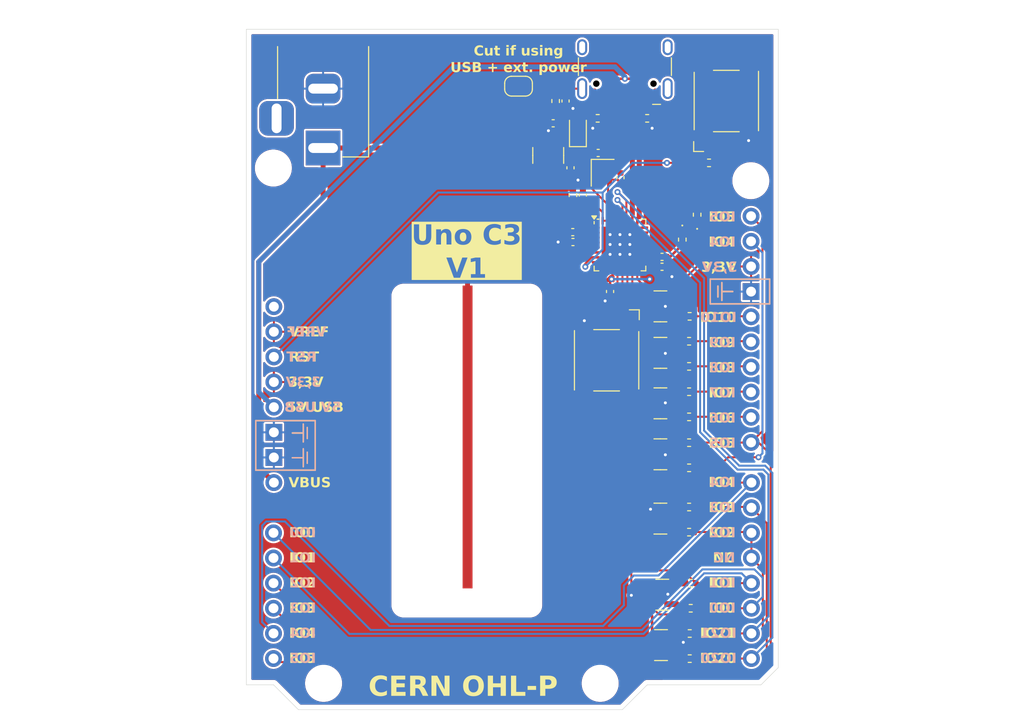
<source format=kicad_pcb>
(kicad_pcb (version 20240108) (generator "pcbnew") (generator_version "8.0")
  (layers (0 "F.Cu" signal) (31 "B.Cu" signal) (34 "B.Paste" user) (35 "F.Paste" user) (36 "B.SilkS" user "B.Silkscreen") (37 "F.SilkS" user "F.Silkscreen") (38 "B.Mask" user) (39 "F.Mask" user) (44 "Edge.Cuts" user))
  (net 0 "")
  (net 1 "+3.3V")
  (net 2 "IO0")
  (net 3 "IO3")
  (net 4 "IO20")
  (net 5 "IO4")
  (net 6 "IO2")
  (net 7 "IO21")
  (net 8 "IO9")
  (net 9 "GND")
  (net 10 "IO6")
  (net 11 "IO8")
  (net 12 "IO7")
  (net 13 "IO5")
  (net 14 "IO10")
  (net 15 "+5V")
  (net 16 "IO1")
  (net 17 "Net-(U1-XTAL_P)")
  (net 18 "Net-(U1-XTAL_N)")
  (net 19 "VBUS")
  (net 20 "Net-(J1-SHIELD)")
  (net 21 "Net-(C11-Pad1)")
  (net 22 "Net-(D2-K-Pad3)")
  (net 23 "Net-(D2-K-Pad2)")
  (net 24 "Net-(D4-K-Pad2)")
  (net 25 "Net-(D5-K-Pad2)")
  (net 26 "Net-(D6-K-Pad2)")
  (net 27 "Net-(D7-K-Pad2)")
  (net 28 "Net-(D9-K-Pad2)")
  (net 30 "Net-(J1-CC1)")
  (net 31 "Net-(J1-CC2)")
  (net 32 "RST")
  (net 33 "Net-(D4-K-Pad3)")
  (net 34 "Net-(D5-K-Pad3)")
  (net 35 "Net-(D6-K-Pad3)")
  (net 36 "Net-(D7-K-Pad3)")
  (net 37 "Net-(D8-K-Pad3)")
  (net 38 "Net-(D9-K-Pad3)")
  (net 45 "D+")
  (net 46 "Net-(AE1-A)")
  (net 47 "D-")
  (net 49 "Net-(D1-K)")
  (net 50 "Net-(D11-K)")
  (footprint "Resistor_SMD:R_0402_1005Metric" (layer "F.Cu") (at 119.6 70.05 180)
    (property "Reference" "R2" (hide yes))
    (property "Value" "R")
  )
  (footprint "Jumper:SolderJumper-2_P1.3mm_Bridged_RoundedPad1.0x1.5mm" (layer "F.Cu") (at 111.600001 66.8 180)
    (property "Reference" "JP1" (hide yes))
    (property "Value" "Jumper")
  )
  (footprint "Mounting_Wuerth:Mounting_Wuerth_WA-SMSI-M1.6_H6mm_ThreadDepth2mm_97730606334" (layer "F.Cu") (at 135.075 76.35)
    (property "Reference" "REF**" (hide yes))
    (property "Value" "Mounting_Wuerth_WA-SMSI-M1.6_H6mm_ThreadDepth2mm_97730606334")
  )
  (footprint "Package_TO_SOT_SMD:SOT-23" (layer "F.Cu") (at 125.9375 110.5 180)
    (property "Reference" "D4" (hide yes))
    (property "Value" "D_Zener_Dual_CA")
  )
  (footprint "Connector_BarrelJack:BarrelJack_Horizontal" (layer "F.Cu") (at 91.85 73.05 -90)
    (property "Reference" "J2" (hide yes))
    (property "Value" "Barrel")
  )
  (footprint "Resistor_SMD:R_0402_1005Metric" (layer "F.Cu") (at 124.6 70.05)
    (property "Reference" "R1" (hide yes))
    (property "Value" "R")
  )
  (footprint "Capacitor_SMD:C_0402_1005Metric" (layer "F.Cu") (at 117.08 81.55 180)
    (property "Reference" "C7" (hide yes))
    (property "Value" "C")
  )
  (footprint "Package_TO_SOT_SMD:SOT-23" (layer "F.Cu") (at 125.9375 93.75 180)
    (property "Reference" "D7" (hide yes))
    (property "Value" "D_Zener_Dual_CA")
  )
  (footprint "Package_DFN_QFN:QFN-32-1EP_5x5mm_P0.5mm_EP3.7x3.7mm" (layer "F.Cu") (at 121.85 82.85)
    (property "Reference" "U1" (hide yes))
    (property "Value" "ESP32-C3")
  )
  (footprint "Mounting_Wuerth:Mounting_Wuerth_WA-SMSI-M1.6_H6mm_ThreadDepth2mm_97730606334" (layer "F.Cu") (at 86.825 75.075)
    (property "Reference" "REF**" (hide yes))
    (property "Value" "Mounting_Wuerth_WA-SMSI-M1.6_H6mm_ThreadDepth2mm_97730606334")
  )
  (footprint "Resistor_SMD:R_0402_1005Metric" (layer "F.Cu") (at 129 119.56)
    (property "Reference" "R19" (hide yes))
    (property "Value" "220")
  )
  (footprint "Connector_PinSocket_2.54mm:PinSocket_1x08_P2.54mm_Vertical" (layer "F.Cu") (at 86.875 89.08)
    (property "Reference" "J3" (hide yes))
    (property "Value" "Conn_01x08")
  )
  (footprint "Crystal:Crystal_SMD_2016-4Pin_2.0x1.6mm" (layer "F.Cu") (at 120.1 75.55 -90)
    (property "Reference" "Y1" (hide yes))
    (property "Value" "40MHz")
  )
  (footprint "Resistor_SMD:R_0402_1005Metric" (layer "F.Cu") (at 128.8375 92.5775)
    (property "Reference" "R14" (hide yes))
    (property "Value" "220")
  )
  (footprint "Resistor_SMD:R_0402_1005Metric" (layer "F.Cu") (at 130.85 74.55)
    (property "Reference" "R4" (hide yes))
    (property "Value" "R")
  )
  (footprint "Mounting_Wuerth:Mounting_Wuerth_WA-SMSI-M1.6_H6mm_ThreadDepth2mm_97730606334" (layer "F.Cu") (at 119.85 127.15)
    (property "Reference" "REF**" (hide yes))
    (property "Value" "Mounting_Wuerth_WA-SMSI-M1.6_H6mm_ThreadDepth2mm_97730606334")
  )
  (footprint "Package_TO_SOT_SMD:SOT-23" (layer "F.Cu") (at 126 123.2825 180)
    (property "Reference" "D2" (hide yes))
    (property "Value" "D_Zener_Dual_CA")
  )
  (footprint "Capacitor_SMD:C_0402_1005Metric" (layer "F.Cu") (at 126.1 84.05)
    (property "Reference" "C10" (hide yes))
    (property "Value" "C")
  )
  (footprint "Resistor_SMD:R_0402_1005Metric" (layer "F.Cu") (at 117.1 77.8 -90)
    (property "Reference" "R5" (hide yes))
    (property "Value" "R")
  )
  (footprint "TestPoint:TestPoint_Loop_D2.50mm_Drill1.0mm" (layer "F.Cu") (at 106.45 102.25)
    (property "Reference" "AE1" (hide yes))
    (property "Value" "Antenna")
  )
  (footprint "Resistor_SMD:R_0402_1005Metric" (layer "F.Cu") (at 128.8375 105.3675)
    (property "Reference" "R11" (hide yes))
    (property "Value" "220")
  )
  (footprint "Capacitor_SMD:C_0402_1005Metric" (layer "F.Cu") (at 117.1 82.55 180)
    (property "Reference" "C8" (hide yes))
    (property "Value" "C")
  )
  (footprint "Package_TO_SOT_SMD:SOT-23" (layer "F.Cu") (at 125.9375 89.05 180)
    (property "Reference" "D8" (hide yes))
    (property "Value" "D_Zener_Dual_CA")
  )
  (footprint "Resistor_SMD:R_0402_1005Metric" (layer "F.Cu") (at 129 117.02)
    (property "Reference" "R18" (hide yes))
    (property "Value" "220")
  )
  (footprint "Diode_SMD:D_SOD-323" (layer "F.Cu") (at 117.6 71.3 90)
    (property "Reference" "D3" (hide yes))
    (property "Value" "D_Small")
  )
  (footprint "Resistor_SMD:R_0402_1005Metric" (layer "F.Cu") (at 128.8375 97.6775)
    (property "Reference" "R12" (hide yes))
    (property "Value" "220")
  )
  (footprint "Resistor_SMD:R_0402_1005Metric" (layer "F.Cu") (at 128.8375 111.8675)
    (property "Reference" "R9" (hide yes))
    (property "Value" "220")
  )
  (footprint "Capacitor_SMD:C_0402_1005Metric" (layer "F.Cu") (at 120.85 87.55 -90)
    (property "Reference" "C6" (hide yes))
    (property "Value" "C")
  )
  (footprint "Package_TO_SOT_SMD:SOT-23" (layer "F.Cu") (at 126.125 118.19 180)
    (property "Reference" "D9" (hide yes))
    (property "Value" "D_Zener_Dual_CA")
  )
  (footprint "Resistor_SMD:R_0402_1005Metric" (layer "F.Cu") (at 128.15 82.305 90)
    (property "Reference" "R22" (hide yes))
    (property "Value" "220")
  )
  (footprint "Button_Switch_SMD:SW_SPST_Omron_B3FS-100xP" (layer "F.Cu") (at 120.5 94.5 -90)
    (property "Reference" "SW1" (hide yes))
    (property "Value" "SW_MEC_5G")
  )
  (footprint "Resistor_SMD:R_0402_1005Metric" (layer "F.Cu") (at 128.9 124.65)
    (property "Reference" "R6" (hide yes))
    (property "Value" "220")
  )
  (footprint "Connector_PinSocket_2.54mm:PinSocket_1x08_P2.54mm_Vertical" (layer "F.Cu") (at 135.135 106.86)
    (property "Reference" "J6" (hide yes))
    (property "Value" "Conn_01x08")
  )
  (footprint "Package_TO_SOT_SMD:SOT-23" (layer "F.Cu") (at 125.9375 104 180)
    (property "Reference" "D5" (hide yes))
    (property "Value" "D_Zener_Dual_CA")
  )
  (footprint "Resistor_SMD:R_0402_1005Metric" (layer "F.Cu") (at 128.8375 95.1175)
    (property "Reference" "R15" (hide yes))
    (property "Value" "220")
  )
  (footprint "Resistor_SMD:R_0402_1005Metric" (layer "F.Cu") (at 128.9 122.11)
    (property "Reference" "R7" (hide yes))
    (property "Value" "220")
  )
  (footprint "Connector_PinSocket_2.54mm:PinSocket_1x10_P2.54mm_Vertical" (layer "F.Cu") (at 135.1 79.94)
    (property "Reference" "J4" (hide yes))
    (property "Value" "Conn_01x10")
  )
  (footprint "Capacitor_SMD:C_0402_1005Metric" (layer "F.Cu") (at 126.1 85.05)
    (property "Reference" "C9" (hide yes))
    (property "Value" "C")
  )
  (footprint "Capacitor_SMD:C_0402_1005Metric" (layer "F.Cu") (at 116.35 68.3 -90)
    (property "Reference" "C5" (hide yes))
    (property "Value" "C")
  )
  (footprint "Package_TO_SOT_SMD:SOT-23" (layer "F.Cu") (at 125.9375 98.85 180)
    (property "Reference" "D6" (hide yes))
    (property "Value" "D_Zener_Dual_CA")
  )
  (footprint "Capacitor_SMD:C_0402_1005Metric" (layer "F.Cu") (at 116.85 75.05 -90)
    (property "Reference" "C4" (hide yes))
    (property "Value" "C")
  )
  (footprint "Package_TO_SOT_SMD:TSOT-23-5" (layer "F.Cu") (at 114.6 73.8 -90)
    (property "Reference" "U2" (hide yes))
    (property "Value" "PAM2305AAB330")
  )
  (footprint "LED_SMD:LED_0402_1005Metric" (layer "F.Cu") (at 129.65 82.305 -90)
    (property "Reference" "D1" (hide yes))
    (property "Value" "LED_Small")
  )
  (footprint "Resistor_SMD:R_0402_1005Metric" (layer "F.Cu") (at 128.89 90.06)
    (property "Reference" "R17" (hide yes))
    (property "Value" "220")
  )
  (footprint "Connector_PinSocket_2.54mm:PinSocket_1x06_P2.54mm_Vertical" (layer "F.Cu") (at 86.84 111.94)
    (property "Reference" "J5" (hide yes))
    (property "Value" "Conn_01x06")
  )
  (footprint "Capacitor_SMD:C_0402_1005Metric" (layer "F.Cu") (at 119.65 73.55)
    (property "Reference" "C1" (hide yes))
    (property "Value" "C")
  )
  (footprint "LED_SMD:LED_0402_1005Metric" (layer "F.Cu") (at 128.15 79.79 90)
    (property "Reference" "D11" (hide yes))
    (property "Value" "LED_Small")
  )
  (footprint "Connector_USB:USB_C_Receptacle_HCTL_HC-TYPE-C-16P-01A" (layer "F.Cu") (at 122.35 63.94 180)
    (property "Reference" "J1" (hide yes))
    (property "Value" "USB_C_Receptacle_USB2.0_14P")
  )
  (footprint "Capacitor_SMD:C_0402_1005Metric" (layer "F.Cu") (at 115.1 70.55 180)
    (property "Reference" "C3" (hide yes))
    (property "Value" "C")
  )
  (footprint "Resistor_SMD:R_0402_1005Metric" (layer "F.Cu") (at 115.35 68.3 90)
    (property "Reference" "R3" (hide yes))
    (property "Value" "R")
  )
  (footprint "Resistor_SMD:R_0402_1005Metric" (layer "F.Cu") (at 128.8375 100.2175)
    (property "Reference" "R13" (hide yes))
    (property "Value" "220")
  )
  (footprint "Mounting_Wuerth:Mounting_Wuerth_WA-SMSI-M1.6_H6mm_ThreadDepth2mm_97730606334" (layer "F.Cu") (at 91.9 127.15)
    (property "Reference" "REF**" (hide yes))
    (property "Value" "Mounting_Wuerth_WA-SMSI-M1.6_H6mm_ThreadDepth2mm_97730606334")
  )
  (footprint "Button_Switch_SMD:SW_SPST_Omron_B3FS-100xP" (layer "F.Cu") (at 132.6 68.3 90)
    (property "Reference" "SW2" (hide yes))
    (property "Value" "SW_MEC_5G")
  )
  (footprint "Resistor_SMD:R_0402_1005Metric" (layer "F.Cu") (at 128.8375 102.8275)
    (property "Reference" "R10" (hide yes))
    (property "Value" "220")
  )
  (footprint "Resistor_SMD:R_0402_1005Metric" (layer "F.Cu") (at 128.8375 109.3275)
    (property "Reference" "R8" (hide yes))
    (property "Value" "220")
  )
  (footprint "Resistor_SMD:R_0402_1005Metric" (layer "F.Cu") (at 129.65 79.79 -90)
    (property "Reference" "R23" (hide yes))
    (property "Value" "220")
  )
  (footprint "Capacitor_SMD:C_0402_1005Metric" (layer "F.Cu") (at 118.1 77.8 90)
    (property "Reference" "C11" (hide yes))
    (property "Value" "C")
  )
  (footprint "Capacitor_SMD:C_0402_1005Metric" (layer "F.Cu") (at 121.9 76.05 90)
    (property "Reference" "C2" (hide yes))
    (property "Value" "C")
  )
  (gr_line (start 133.540425 67.38824) (end 133.565301 67.434734) (stroke (width 0.225)) (layer "F.Cu"))
  (gr_line (start 133.727485 67.836093) (end 133.742637 67.898033) (stroke (width 0.225)) (layer "F.Cu"))
  (gr_line (start 134.162188 67.820663) (end 134.181131 67.784786) (stroke (width 0.225)) (layer "F.Cu"))
  (gr_line (start 132.807395 70.699606) (end 132.766621 70.717436) (stroke (width 0.225)) (layer "F.Cu"))
  (gr_line (start 132.527143 70.725023) (end 132.471573 70.708961) (stroke (width 0.225)) (layer "F.Cu"))
  (gr_line (start 133.654271 67.623617) (end 133.673631 67.671632) (stroke (width 0.225)) (layer "F.Cu"))
  (gr_line (start 133.128787 70.212289) (end 133.085316 70.33517) (stroke (width 0.225)) (layer "F.Cu"))
  (gr_line (start 133.631044 66.839969) (end 133.576005 66.850277) (stroke (width 0.225)) (layer "F.Cu"))
  (gr_line (start 133.786029 66.836849) (end 133.736146 66.833447) (stroke (width 0.225)) (layer "F.Cu"))
  (gr_line (start 132.408593 69.034745) (end 132.734934 68.752544) (stroke (width 0.225)) (layer "F.Cu"))
  (gr_line (start 133.633708 67.575933) (end 133.654271 67.623617) (stroke (width 0.225)) (layer "F.Cu"))
  (gr_line (start 132.471573 65.716465) (end 132.413261 65.73881) (stroke (width 0.225)) (layer "F.Cu"))
  (gr_line (start 132.207353 67.189715) (end 132.307498 67.294513) (stroke (width 0.225)) (layer "F.Cu"))
  (gr_line (start 134.269784 67.378078) (end 134.264469 67.329687) (stroke (width 0.225)) (layer "F.Cu"))
  (gr_line (start 131.965623 66.137895) (end 131.928342 66.210448) (stroke (width 0.225)) (layer "F.Cu"))
  (gr_line (start 131.144925 67.462075) (end 131.110073 67.503724) (stroke (width 0.225)) (layer "F.Cu"))
  (gr_line (start 132.881333 69.035415) (end 132.853697 68.989551) (stroke (width 0.225)) (layer "F.Cu"))
  (gr_line (start 133.736146 69.591869) (end 133.684454 69.590893) (stroke (width 0.225)) (layer "F.Cu"))
  (gr_line (start 133.402724 69.265862) (end 133.460271 69.175018) (stroke (width 0.225)) (layer "F.Cu"))
  (gr_line (start 132.221078 65.845345) (end 132.221078 65.845345) (stroke (width 0.225)) (layer "F.Cu"))
  (gr_line (start 133.341379 69.482332) (end 133.279556 69.445324) (stroke (width 0.225)) (layer "F.Cu"))
  (gr_line (start 133.131988 67.091703) (end 133.088842 67.131364) (stroke (width 0.225)) (layer "F.Cu"))
  (gr_line (start 131.062055 67.981908) (end 131.086773 68.04) (stroke (width 0.225)) (layer "F.Cu"))
  (gr_line (start 133.830348 68.236396) (end 133.869652 68.263604) (stroke (width 0.225)) (layer "F.Cu"))
  (gr_line (start 132.734934 67.672884) (end 132.600243 67.595284) (stroke (width 0.225)) (layer "F.Cu"))
  (gr_line (start 132.916896 65.808678) (end 132.882454 65.776346) (stroke (width 0.225)) (layer "F.Cu"))
  (gr_line (start 134.165511 67.06933) (end 134.138683 67.03273) (stroke (width 0.225)) (layer "F.Cu"))
  (gr_line (start 132.687265 68.561782) (end 132.674764 68.49568) (stroke (width 0.225)) (layer "F.Cu"))
  (gr_line (start 131.965623 70.287532) (end 131.928342 70.214979) (stroke (width 0.225)) (layer "F.Cu"))
  (gr_line (start 133.869652 68.263604) (end 133.907164 68.292722) (stroke (width 0.225)) (layer "F.Cu"))
  (gr_line (start 134.042288 69.486888) (end 134.005154 69.512518) (stroke (width 0.225)) (layer "F.Cu"))
  (gr_line (start 133.200514 69.931685) (end 133.166975 70.077312) (stroke (width 0.225)) (layer "F.Cu"))
  (gr_line (start 133.529197 67.877941) (end 133.548368 67.85242) (stroke (width 0.225)) (layer "F.Cu"))
  (gr_line (start 132.717645 68.68995) (end 132.701657 68.626465) (stroke (width 0.225)) (layer "F.Cu"))
  (gr_line (start 133.755912 67.961386) (end 133.767261 68.025271) (stroke (width 0.225)) (layer "F.Cu"))
  (gr_line (start 133.511591 67.905113) (end 133.529197 67.877941) (stroke (width 0.225)) (layer "F.Cu"))
  (gr_line (start 133.664873 67.740881) (end 133.69174 67.720046) (stroke (width 0.225)) (layer "F.Cu"))
  (gr_line (start 133.965669 69.534924) (end 133.923923 69.553914) (stroke (width 0.225)) (layer "F.Cu"))
  (gr_line (start 133.830348 68.186225) (end 133.869652 68.159101) (stroke (width 0.225)) (layer "F.Cu"))
  (gr_line (start 133.767261 68.025271) (end 133.776634 68.088803) (stroke (width 0.225)) (layer "F.Cu"))
  (gr_line (start 134.556851 68.092832) (end 134.548351 68.054576) (stroke (width 0.225)) (layer "F.Cu"))
  (gr_line (start 134.21067 67.149122) (end 134.189537 67.108191) (stroke (width 0.225)) (layer "F.Cu"))
  (gr_line (start 132.949386 70.579944) (end 132.916896 70.616749) (stroke (width 0.225)) (layer "F.Cu"))
  (gr_line (start 132.766621 70.717436) (end 132.723578 70.73007) (stroke (width 0.225)) (layer "F.Cu"))
  (gr_line (start 132.664451 67.997344) (end 132.660207 68.031901) (stroke (width 0.225)) (layer "F.Cu"))
  (gr_line (start 134.00883 68.389321) (end 134.039057 68.423865) (stroke (width 0.225)) (layer "F.Cu"))
  (gr_line (start 132.664451 68.427937) (end 132.660207 68.393381) (stroke (width 0.225)) (layer "F.Cu"))
  (gr_line (start 134.336607 68.684517) (end 134.316703 68.697462) (stroke (width 0.225)) (layer "F.Cu"))
  (gr_line (start 132.653728 68.102523) (end 132.651567 68.138645) (stroke (width 0.225)) (layer "F.Cu"))
  (gr_line (start 131.185572 67.424026) (end 131.144925 67.462075) (stroke (width 0.225)) (layer "F.Cu"))
  (gr_line (start 132.06849 69.407316) (end 132.112534 69.348329) (stroke (width 0.225)) (layer "F.Cu"))
  (gr_line (start 132.070991 65.991885) (end 132.012991 66.065007) (stroke (width 0.225)) (layer "F.Cu"))
  (gr_line (start 134.53992 68.406993) (end 134.527191 68.444172) (stroke (width 0.225)) (layer "F.Cu"))
  (gr_line (start 132.660207 68.031901) (end 132.65662 68.066951) (stroke (width 0.225)) (layer "F.Cu"))
  (gr_line (start 131.110073 68.919499) (end 131.081046 68.874451) (stroke (width 0.225)) (layer "F.Cu"))
  (gr_line (start 133.576005 69.57504) (end 133.51943 69.559776) (stroke (width 0.225)) (layer "F.Cu"))
  (gr_line (start 132.734934 67.672813) (end 132.734934 67.672813) (stroke (width 0.225)) (layer "F.Cu"))
  (gr_line (start 133.468966 67.999021) (end 133.481395 67.965404) (stroke (width 0.225)) (layer "F.Cu"))
  (gr_line (start 133.786029 69.588466) (end 133.736146 69.591869) (stroke (width 0.225)) (layer "F.Cu"))
  (gr_line (start 133.591082 67.805337) (end 133.614463 67.783278) (stroke (width 0.225)) (layer "F.Cu"))
  (gr_line (start 132.734934 68.752461) (end 132.734934 68.752461) (stroke (width 0.225)) (layer "F.Cu"))
  (gr_line (start 131.040585 67.64672) (end 131.02921 67.699216) (stroke (width 0.225)) (layer "F.Cu"))
  (gr_line (start 133.230036 69.776857) (end 133.200514 69.931685) (stroke (width 0.225)) (layer "F.Cu"))
  (gr_line (start 131.956386 66.83165) (end 131.989869 66.895286) (stroke (width 0.225)) (layer "F.Cu"))
  (gr_line (start 134.264469 69.095623) (end 134.25581 69.142907) (stroke (width 0.225)) (layer "F.Cu"))
  (gr_line (start 132.766621 65.707991) (end 132.723578 65.695357) (stroke (width 0.225)) (layer "F.Cu"))
  (gr_line (start 133.010579 69.211389) (end 132.975117 69.168656) (stroke (width 0.225)) (layer "F.Cu"))
  (gr_line (start 133.008826 70.493641) (end 132.980003 70.538847) (stroke (width 0.225)) (layer "F.Cu"))
  (gr_line (start 134.039057 67.99983) (end 134.067432 67.964736) (stroke (width 0.225)) (layer "F.Cu"))
  (gr_line (start 132.352127 65.767617) (end 132.288092 65.803068) (stroke (width 0.225)) (layer "F.Cu"))
  (gr_line (start 134.093945 68.495145) (end 134.118583 68.531439) (stroke (width 0.225)) (layer "F.Cu"))
  (gr_line (start 133.468966 68.423579) (end 133.481395 68.457367) (stroke (width 0.225)) (layer "F.Cu"))
  (gr_line (start 132.012991 70.36042) (end 131.965623 70.287532) (stroke (width 0.225)) (layer "F.Cu"))
  (gr_line (start 134.527191 68.444172) (end 134.511922 68.480382) (stroke (width 0.225)) (layer "F.Cu"))
  (gr_line (start 133.755912 68.462565) (end 133.767261 68.39818) (stroke (width 0.225)) (layer "F.Cu"))
  (gr_line (start 134.37286 67.768104) (end 134.355093 67.75429) (stroke (width 0.225)) (layer "F.Cu"))
  (gr_line (start 132.140171 65.91863) (end 132.070991 65.991885) (stroke (width 0.225)) (layer "F.Cu"))
  (gr_line (start 134.243031 68.795408) (end 134.255793 68.846448) (stroke (width 0.225)) (layer "F.Cu"))
  (gr_line (start 134.226383 67.680898) (end 134.243031 67.629905) (stroke (width 0.225)) (layer "F.Cu"))
  (gr_line (start 134.226383 68.744415) (end 134.226383 68.744415) (stroke (width 0.225)) (layer "F.Cu"))
  (gr_line (start 131.989869 66.895286) (end 132.02742 66.957474) (stroke (width 0.225)) (layer "F.Cu"))
  (gr_line (start 133.710503 68.648743) (end 133.727485 68.588795) (stroke (width 0.225)) (layer "F.Cu"))
  (gr_line (start 133.035933 70.444505) (end 133.008826 70.493641) (stroke (width 0.225)) (layer "F.Cu"))
  (gr_line (start 132.734934 68.752544) (end 132.734934 68.752544) (stroke (width 0.225)) (layer "F.Cu"))
  (gr_line (start 134.511922 68.480382) (end 134.493908 68.515513) (stroke (width 0.225)) (layer "F.Cu"))
  (gr_line (start 133.035933 65.980921) (end 133.008826 65.931786) (stroke (width 0.225)) (layer "F.Cu"))
  (gr_line (start 131.024315 67.809317) (end 131.030855 67.866211) (stroke (width 0.225)) (layer "F.Cu"))
  (gr_line (start 131.341997 67.335044) (end 131.284138 67.360155) (stroke (width 0.225)) (layer "F.Cu"))
  (gr_line (start 132.827585 68.943077) (end 132.802826 68.896062) (stroke (width 0.225)) (layer "F.Cu"))
  (gr_line (start 133.04843 67.172118) (end 133.010579 67.213896) (stroke (width 0.225)) (layer "F.Cu"))
  (gr_line (start 133.965669 66.890389) (end 133.923923 66.871399) (stroke (width 0.225)) (layer "F.Cu"))
  (gr_line (start 131.110073 67.503724) (end 131.081046 67.548619) (stroke (width 0.225)) (layer "F.Cu"))
  (gr_line (start 133.631044 69.585348) (end 133.576005 69.57504) (stroke (width 0.225)) (layer "F.Cu"))
  (gr_line (start 132.413261 65.73881) (end 132.352127 65.767617) (stroke (width 0.225)) (layer "F.Cu"))
  (gr_line (start 134.141334 68.567873) (end 134.162188 68.604226) (stroke (width 0.225)) (layer "F.Cu"))
  (gr_line (start 132.845979 65.748666) (end 132.807395 65.725821) (stroke (width 0.225)) (layer "F.Cu"))
  (gr_line (start 133.279556 66.979974) (end 133.227172 67.015939) (stroke (width 0.225)) (layer "F.Cu"))
  (gr_line (start 134.548351 68.054576) (end 134.537858 68.016986) (stroke (width 0.225)) (layer "F.Cu"))
  (gr_line (start 132.807395 65.725821) (end 132.766621 65.707991) (stroke (width 0.225)) (layer "F.Cu"))
  (gr_line (start 131.023777 68.668987) (end 131.024315 68.613088) (stroke (width 0.225)) (layer "F.Cu"))
  (gr_line (start 132.221078 70.58008) (end 132.140171 70.506795) (stroke (width 0.225)) (layer "F.Cu"))
  (gr_line (start 134.25062 68.733466) (end 134.226383 68.744477) (stroke (width 0.225)) (layer "F.Cu"))
  (gr_line (start 132.65662 68.358332) (end 132.653728 68.322761) (stroke (width 0.225)) (layer "F.Cu"))
  (gr_line (start 132.94187 67.300249) (end 132.910666 67.344685) (stroke (width 0.225)) (layer "F.Cu"))
  (gr_line (start 133.085316 70.33517) (end 133.035933 70.444505) (stroke (width 0.225)) (layer "F.Cu"))
  (gr_line (start 133.907164 68.292722) (end 133.942872 68.323528) (stroke (width 0.225)) (layer "F.Cu"))
  (gr_line (start 132.916896 70.616749) (end 132.882454 70.649081) (stroke (width 0.225)) (layer "F.Cu"))
  (gr_line (start 131.90381 69.72499) (end 131.927517 69.658761) (stroke (width 0.225)) (layer "F.Cu"))
  (gr_line (start 132.346782 67.468675) (end 132.228072 67.418955) (stroke (width 0.225)) (layer "F.Cu"))
  (gr_line (start 133.633708 68.849364) (end 133.654271 68.801684) (stroke (width 0.225)) (layer "F.Cu"))
  (gr_line (start 132.307498 69.130915) (end 132.408593 69.034745) (stroke (width 0.225)) (layer "F.Cu"))
  (gr_line (start 133.976765 68.067417) (end 134.00883 68.034127) (stroke (width 0.225)) (layer "F.Cu"))
  (gr_line (start 132.723578 70.73007) (end 132.678188 70.737327) (stroke (width 0.225)) (layer "F.Cu"))
  (gr_line (start 132.845979 70.676761) (end 132.807395 70.699606) (stroke (width 0.225)) (layer "F.Cu"))
  (gr_line (start 133.438925 68.162429) (end 133.443323 68.116739) (stroke (width 0.225)) (layer "F.Cu"))
  (gr_line (start 133.710503 67.776452) (end 133.727485 67.836093) (stroke (width 0.225)) (layer "F.Cu"))
  (gr_line (start 133.742637 67.898033) (end 133.755912 67.961386) (stroke (width 0.225)) (layer "F.Cu"))
  (gr_line (start 134.572644 68.210439) (end 134.569539 68.250804) (stroke (width 0.225)) (layer "F.Cu"))
  (gr_line (start 133.17804 69.372077) (end 133.131988 69.33358) (stroke (width 0.225)) (layer "F.Cu"))
  (gr_line (start 134.492163 67.909378) (end 134.471441 67.875621) (stroke (width 0.225)) (layer "F.Cu"))
  (gr_line (start 133.611992 67.528568) (end 133.633708 67.575933) (stroke (width 0.225)) (layer "F.Cu"))
  (gr_line (start 133.256173 66.81115) (end 133.230036 66.648569) (stroke (width 0.225)) (layer "F.Cu"))
  (gr_line (start 131.904369 67.319861) (end 131.807375 67.302333) (stroke (width 0.225)) (layer "F.Cu"))
  (gr_line (start 132.58005 65.690442) (end 132.527143 65.700403) (stroke (width 0.225)) (layer "F.Cu"))
  (gr_line (start 133.548368 68.57159) (end 133.569023 68.596061) (stroke (width 0.225)) (layer "F.Cu"))
  (gr_line (start 133.449849 68.348121) (end 133.458424 68.38724) (stroke (width 0.225)) (layer "F.Cu"))
  (gr_line (start 133.088842 67.131364) (end 133.04843 67.172118) (stroke (width 0.225)) (layer "F.Cu"))
  (gr_line (start 134.243897 69.18889) (end 134.22882 69.233382) (stroke (width 0.225)) (layer "F.Cu"))
  (gr_line (start 133.279556 66.979995) (end 133.342354 67.069382) (stroke (width 0.225)) (layer "F.Cu"))
  (gr_line (start 133.436736 68.211783) (end 133.438925 68.260621) (stroke (width 0.225)) (layer "F.Cu"))
  (gr_line (start 132.653728 68.322761) (end 132.651567 68.286641) (stroke (width 0.225)) (layer "F.Cu"))
  (gr_line (start 134.373382 68.657292) (end 134.355491 68.671122) (stroke (width 0.225)) (layer "F.Cu"))
  (gr_line (start 133.591082 68.619357) (end 133.614463 68.641708) (stroke (width 0.225)) (layer "F.Cu"))
  (gr_line (start 133.540425 69.037054) (end 133.565301 68.99056) (stroke (width 0.225)) (layer "F.Cu"))
  (gr_line (start 132.674764 68.49568) (end 132.664451 68.427937) (stroke (width 0.225)) (layer "F.Cu"))
  (gr_line (start 134.355093 67.75429) (end 134.336319 67.740906) (stroke (width 0.225)) (layer "F.Cu"))
  (gr_line (start 134.255793 68.846448) (end 134.264759 68.897343) (stroke (width 0.225)) (layer "F.Cu"))
  (gr_line (start 131.881847 66.354144) (end 131.871539 66.425085) (stroke (width 0.225)) (layer "F.Cu"))
  (gr_line (start 134.264759 67.527969) (end 134.270019 67.477411) (stroke (width 0.225)) (layer "F.Cu"))
  (gr_line (start 133.458424 68.38724) (end 133.468966 68.423579) (stroke (width 0.225)) (layer "F.Cu"))
  (gr_line (start 134.067432 68.459214) (end 134.093945 68.495145) (stroke (width 0.225)) (layer "F.Cu"))
  (gr_line (start 131.900599 66.282565) (end 131.881847 66.354144) (stroke (width 0.225)) (layer "F.Cu"))
  (gr_line (start 134.355491 68.671122) (end 134.336607 68.684517) (stroke (width 0.225)) (layer "F.Cu"))
  (gr_line (start 132.94187 69.125036) (end 132.910666 69.080599) (stroke (width 0.225)) (layer "F.Cu"))
  (gr_line (start 132.910666 69.080599) (end 132.881333 69.035415) (stroke (width 0.225)) (layer "F.Cu"))
  (gr_line (start 132.630372 70.739025) (end 132.58005 70.734984) (stroke (width 0.225)) (layer "F.Cu"))
  (gr_line (start 133.639087 67.761876) (end 133.664873 67.740881) (stroke (width 0.225)) (layer "F.Cu"))
  (gr_line (start 132.734934 67.672884) (end 132.734934 67.672884) (stroke (width 0.225)) (layer "F.Cu"))
  (gr_line (start 133.834013 69.580878) (end 133.786029 69.588466) (stroke (width 0.225)) (layer "F.Cu"))
  (gr_line (start 132.470849 67.527333) (end 132.346782 67.468675) (stroke (width 0.225)) (layer "F.Cu"))
  (gr_line (start 133.436736 68.21176) (end 133.438925 68.162429) (stroke (width 0.225)) (layer "F.Cu"))
  (gr_line (start 131.405535 67.314957) (end 131.341997 67.335044) (stroke (width 0.225)) (layer "F.Cu"))
  (gr_line (start 131.231986 67.389934) (end 131.185572 67.424026) (stroke (width 0.225)) (layer "F.Cu"))
  (gr_line (start 131.043425 68.498351) (end 131.062055 68.440226) (stroke (width 0.225)) (layer "F.Cu"))
  (gr_line (start 132.207353 69.235713) (end 132.307498 69.130915) (stroke (width 0.225)) (layer "F.Cu"))
  (gr_line (start 132.413261 70.686617) (end 132.352127 70.657809) (stroke (width 0.225)) (layer "F.Cu"))
  (gr_line (start 131.629926 67.288397) (end 131.549528 67.291277) (stroke (width 0.225)) (layer "F.Cu"))
  (gr_line (start 131.874069 66.564646) (end 131.885812 66.633064) (stroke (width 0.225)) (layer "F.Cu"))
  (gr_line (start 133.654271 68.801684) (end 133.673631 68.753672) (stroke (width 0.225)) (layer "F.Cu"))
  (gr_line (start 131.081046 67.548619) (end 131.057874 67.596403) (stroke (width 0.225)) (layer "F.Cu"))
  (gr_line (start 132.352127 70.657809) (end 132.288092 70.622357) (stroke (width 0.225)) (layer "F.Cu"))
  (gr_line (start 133.569023 67.828302) (end 133.591082 67.805337) (stroke (width 0.225)) (layer "F.Cu"))
  (gr_line (start 134.25581 67.282404) (end 134.243897 67.23642) (stroke (width 0.225)) (layer "F.Cu"))
  (gr_line (start 134.264469 67.329687) (end 134.25581 67.282404) (stroke (width 0.225)) (layer "F.Cu"))
  (gr_line (start 133.869652 68.159101) (end 133.907164 68.130116) (stroke (width 0.225)) (layer "F.Cu"))
  (gr_line (start 131.284138 69.063707) (end 131.231986 69.033767) (stroke (width 0.225)) (layer "F.Cu"))
  (gr_line (start 131.900599 70.142863) (end 131.881847 70.071283) (stroke (width 0.225)) (layer "F.Cu"))
  (gr_line (start 132.980003 70.538847) (end 132.949386 70.579944) (stroke (width 0.225)) (layer "F.Cu"))
  (gr_line (start 132.853697 67.435733) (end 132.827585 67.482206) (stroke (width 0.225)) (layer "F.Cu"))
  (gr_line (start 134.270019 67.477411) (end 134.271664 67.427383) (stroke (width 0.225)) (layer "F.Cu"))
  (gr_line (start 134.21324 68.710594) (end 134.226383 68.744415) (stroke (width 0.225)) (layer "F.Cu"))
  (gr_line (start 132.756673 68.800685) (end 132.734934 68.752461) (stroke (width 0.225)) (layer "F.Cu"))
  (gr_line (start 132.678188 65.6881) (end 132.630372 65.686402) (stroke (width 0.225)) (layer "F.Cu"))
  (gr_line (start 133.789264 68.211314) (end 133.789264 68.211314) (stroke (width 0.225)) (layer "F.Cu"))
  (gr_line (start 132.65662 68.066951) (end 132.653728 68.102523) (stroke (width 0.225)) (layer "F.Cu"))
  (gr_line (start 133.166975 66.348114) (end 133.128787 66.213137) (stroke (width 0.225)) (layer "F.Cu"))
  (gr_line (start 133.736146 66.833447) (end 133.684454 66.834423) (stroke (width 0.225)) (layer "F.Cu"))
  (gr_line (start 133.589174 68.943789) (end 133.611992 68.896728) (stroke (width 0.225)) (layer "F.Cu"))
  (gr_line (start 134.537858 68.016986) (end 134.525145 67.980178) (stroke (width 0.225)) (layer "F.Cu"))
  (gr_line (start 133.51943 66.865541) (end 133.461406 66.885952) (stroke (width 0.225)) (layer "F.Cu"))
  (gr_line (start 131.341997 69.088979) (end 131.284138 69.063707) (stroke (width 0.225)) (layer "F.Cu"))
  (gr_line (start 131.956386 69.593778) (end 131.989869 69.530142) (stroke (width 0.225)) (layer "F.Cu"))
  (gr_line (start 133.789264 68.211314) (end 133.789264 68.211318) (stroke (width 0.225)) (layer "F.Cu"))
  (gr_line (start 133.69174 67.719991) (end 133.69174 67.719991) (stroke (width 0.225)) (layer "F.Cu"))
  (gr_line (start 131.928342 70.214979) (end 131.900599 70.142863) (stroke (width 0.225)) (layer "F.Cu"))
  (gr_line (start 134.269784 69.047233) (end 134.264469 69.095623) (stroke (width 0.225)) (layer "F.Cu"))
  (gr_line (start 134.189537 69.31712) (end 134.165511 69.355981) (stroke (width 0.225)) (layer "F.Cu"))
  (gr_line (start 133.611992 68.896728) (end 133.633708 68.849364) (stroke (width 0.225)) (layer "F.Cu"))
  (gr_line (start 134.138683 69.392581) (end 134.109143 69.426727) (stroke (width 0.225)) (layer "F.Cu"))
  (gr_line (start 132.006835 69.080204) (end 131.904369 69.105142) (stroke (width 0.225)) (layer "F.Cu"))
  (gr_line (start 131.043425 67.92386) (end 131.062055 67.981908) (stroke (width 0.225)) (layer "F.Cu"))
  (gr_line (start 134.421348 68.613329) (end 134.406285 68.628382) (stroke (width 0.225)) (layer "F.Cu"))
  (gr_line (start 134.405491 67.796964) (end 134.38965 67.782333) (stroke (width 0.225)) (layer "F.Cu"))
  (gr_line (start 133.742637 68.526419) (end 133.755912 68.462565) (stroke (width 0.225)) (layer "F.Cu"))
  (gr_line (start 131.040585 68.776059) (end 131.02921 68.723429) (stroke (width 0.225)) (layer "F.Cu"))
  (gr_line (start 131.086773 68.382073) (end 131.11761 68.32425) (stroke (width 0.225)) (layer "F.Cu"))
  (gr_line (start 133.227172 69.409343) (end 133.17804 69.372077) (stroke (width 0.225)) (layer "F.Cu"))
  (gr_line (start 134.447599 67.843116) (end 134.434437 67.82737) (stroke (width 0.225)) (layer "F.Cu"))
  (gr_line (start 131.023777 67.753533) (end 131.024315 67.809317) (stroke (width 0.225)) (layer "F.Cu"))
  (gr_line (start 131.474722 67.300249) (end 131.405535 67.314957) (stroke (width 0.225)) (layer "F.Cu"))
  (gr_line (start 133.088842 69.29392) (end 133.04843 69.253166) (stroke (width 0.225)) (layer "F.Cu"))
  (gr_line (start 133.279556 69.445324) (end 133.279556 69.445324) (stroke (width 0.225)) (layer "F.Cu"))
  (gr_line (start 132.701657 68.626465) (end 132.687265 68.561782) (stroke (width 0.225)) (layer "F.Cu"))
  (gr_line (start 132.975117 67.256629) (end 132.94187 67.300249) (stroke (width 0.225)) (layer "F.Cu"))
  (gr_line (start 133.402026 69.513615) (end 133.341379 69.482332) (stroke (width 0.225)) (layer "F.Cu"))
  (gr_line (start 133.402026 66.911703) (end 133.341379 66.942987) (stroke (width 0.225)) (layer "F.Cu"))
  (gr_line (start 131.154595 68.267112) (end 131.197757 68.211018) (stroke (width 0.225)) (layer "F.Cu"))
  (gr_line (start 132.779246 67.576705) (end 132.756673 67.624592) (stroke (width 0.225)) (layer "F.Cu"))
  (gr_line (start 133.907164 68.130116) (end 133.942872 68.099484) (stroke (width 0.225)) (layer "F.Cu"))
  (gr_line (start 132.112534 67.077099) (end 132.207353 67.189715) (stroke (width 0.225)) (layer "F.Cu"))
  (gr_line (start 133.789264 68.211276) (end 133.789264 68.211276) (stroke (width 0.225)) (layer "F.Cu"))
  (gr_line (start 133.481395 68.457367) (end 133.49563 68.488832) (stroke (width 0.225)) (layer "F.Cu"))
  (gr_line (start 133.565301 67.434734) (end 133.589174 67.481506) (stroke (width 0.225)) (layer "F.Cu"))
  (gr_line (start 133.279556 69.445308) (end 133.227172 69.409343) (stroke (width 0.225)) (layer "F.Cu"))
  (gr_line (start 133.279556 66.980037) (end 133.256173 66.81115) (stroke (width 0.225)) (layer "F.Cu"))
  (gr_line (start 131.871539 70.000343) (end 131.869129 69.930142) (stroke (width 0.225)) (layer "F.Cu"))
  (gr_line (start 134.243031 67.629905) (end 134.255793 67.578864) (stroke (width 0.225)) (layer "F.Cu"))
  (gr_line (start 131.185572 68.999514) (end 131.144925 68.961305) (stroke (width 0.225)) (layer "F.Cu"))
  (gr_line (start 133.256173 69.614275) (end 133.230036 69.776857) (stroke (width 0.225)) (layer "F.Cu"))
  (gr_line (start 133.342354 69.355928) (end 133.402724 69.265862) (stroke (width 0.225)) (layer "F.Cu"))
  (gr_line (start 133.783985 68.151099) (end 133.789264 68.211276) (stroke (width 0.225)) (layer "F.Cu"))
  (gr_line (start 134.21067 69.276189) (end 134.189537 69.31712) (stroke (width 0.225)) (layer "F.Cu"))
  (gr_line (start 131.807375 69.122554) (end 131.715885 69.132797) (stroke (width 0.225)) (layer "F.Cu"))
  (gr_line (start 133.342354 67.069382) (end 133.402724 67.159441) (stroke (width 0.225)) (layer "F.Cu"))
  (gr_line (start 132.06849 67.018112) (end 132.112534 67.077099) (stroke (width 0.225)) (layer "F.Cu"))
  (gr_line (start 134.042288 66.938425) (end 134.005154 66.912795) (stroke (width 0.225)) (layer "F.Cu"))
  (gr_line (start 134.558579 68.330173) (end 134.550315 68.368957) (stroke (width 0.225)) (layer "F.Cu"))
  (gr_line (start 132.734934 67.672813) (end 132.717645 67.735327) (stroke (width 0.225)) (layer "F.Cu"))
  (gr_line (start 133.279556 66.979995) (end 133.279556 66.979995) (stroke (width 0.225)) (layer "F.Cu"))
  (gr_line (start 134.271664 67.427383) (end 134.269784 67.378078) (stroke (width 0.225)) (layer "F.Cu"))
  (gr_line (start 132.02742 69.467954) (end 132.06849 69.407316) (stroke (width 0.225)) (layer "F.Cu"))
  (gr_line (start 134.250607 67.691972) (end 134.226383 67.680961) (stroke (width 0.225)) (layer "F.Cu"))
  (gr_line (start 132.949386 65.845483) (end 132.916896 65.808678) (stroke (width 0.225)) (layer "F.Cu"))
  (gr_line (start 133.49563 68.488832) (end 133.511591 68.518205) (stroke (width 0.225)) (layer "F.Cu"))
  (gr_line (start 131.989869 69.530142) (end 132.02742 69.467954) (stroke (width 0.225)) (layer "F.Cu"))
  (gr_line (start 133.279556 69.445388) (end 133.256173 69.614275) (stroke (width 0.225)) (layer "F.Cu"))
  (gr_line (start 131.904369 69.105142) (end 131.807375 69.122554) (stroke (width 0.225)) (layer "F.Cu"))
  (gr_line (start 132.140171 70.506795) (end 132.070991 70.433541) (stroke (width 0.225)) (layer "F.Cu"))
  (gr_line (start 133.976765 68.355801) (end 134.00883 68.389321) (stroke (width 0.225)) (layer "F.Cu"))
  (gr_line (start 133.639087 68.663342) (end 133.664873 68.68449) (stroke (width 0.225)) (layer "F.Cu"))
  (gr_line (start 134.255793 67.578864) (end 134.264759 67.527969) (stroke (width 0.225)) (layer "F.Cu"))
  (gr_line (start 133.565301 68.99056) (end 133.589174 68.943789) (stroke (width 0.225)) (layer "F.Cu"))
  (gr_line (start 133.51943 69.559776) (end 133.461406 69.539366) (stroke (width 0.225)) (layer "F.Cu"))
  (gr_line (start 133.458424 68.035283) (end 133.468966 67.999021) (stroke (width 0.225)) (layer "F.Cu"))
  (gr_line (start 132.701657 67.798814) (end 132.687265 67.863498) (stroke (width 0.225)) (layer "F.Cu"))
  (gr_line (start 132.660207 68.393381) (end 132.65662 68.358332) (stroke (width 0.225)) (layer "F.Cu"))
  (gr_line (start 133.449849 68.07444) (end 133.458424 68.035283) (stroke (width 0.225)) (layer "F.Cu"))
  (gr_line (start 132.802826 67.529219) (end 132.779246 67.576705) (stroke (width 0.225)) (layer "F.Cu"))
  (gr_line (start 134.076981 69.458227) (end 134.042288 69.486888) (stroke (width 0.225)) (layer "F.Cu"))
  (gr_line (start 131.154595 68.154889) (end 131.197757 68.210975) (stroke (width 0.225)) (layer "F.Cu"))
  (gr_line (start 133.880008 69.569296) (end 133.834013 69.580878) (stroke (width 0.225)) (layer "F.Cu"))
  (gr_line (start 133.614463 67.783278) (end 133.639087 67.761876) (stroke (width 0.225)) (layer "F.Cu"))
  (gr_line (start 133.008826 65.931786) (end 132.980003 65.886579) (stroke (width 0.225)) (layer "F.Cu"))
  (gr_line (start 134.493908 68.515513) (end 134.472945 68.549455) (stroke (width 0.225)) (layer "F.Cu"))
  (gr_line (start 132.630372 65.686402) (end 132.58005 65.690442) (stroke (width 0.225)) (layer "F.Cu"))
  (gr_line (start 132.228072 67.418955) (end 132.114746 67.377816) (stroke (width 0.225)) (layer "F.Cu"))
  (gr_line (start 132.717645 67.735327) (end 132.701657 67.798814) (stroke (width 0.225)) (layer "F.Cu"))
  (gr_line (start 133.481395 67.965404) (end 133.49563 67.934184) (stroke (width 0.225)) (layer "F.Cu"))
  (gr_line (start 131.629926 69.136228) (end 131.549528 69.133205) (stroke (width 0.225)) (layer "F.Cu"))
  (gr_line (start 134.005154 66.912795) (end 133.965669 66.890389) (stroke (width 0.225)) (layer "F.Cu"))
  (gr_line (start 133.789264 68.211276) (end 133.789264 68.211275) (stroke (width 0.225)) (layer "F.Cu"))
  (gr_line (start 134.406285 68.628382) (end 134.390305 68.643041) (stroke (width 0.225)) (layer "F.Cu"))
  (gr_line (start 133.569023 68.596061) (end 133.591082 68.619357) (stroke (width 0.225)) (layer "F.Cu"))
  (gr_line (start 133.942872 68.099484) (end 133.976765 68.067417) (stroke (width 0.225)) (layer "F.Cu"))
  (gr_line (start 131.871539 66.425085) (end 131.869129 66.495286) (stroke (width 0.225)) (layer "F.Cu"))
  (gr_line (start 133.49563 67.934184) (end 133.511591 67.905113) (stroke (width 0.225)) (layer "F.Cu"))
  (gr_line (start 134.109143 66.998585) (end 134.076981 66.967085) (stroke (width 0.225)) (layer "F.Cu"))
  (gr_line (start 132.307498 67.294513) (end 132.408593 67.390683) (stroke (width 0.225)) (layer "F.Cu"))
  (gr_line (start 131.284138 67.360155) (end 131.231986 67.389934) (stroke (width 0.225)) (layer "F.Cu"))
  (gr_line (start 133.69174 68.705317) (end 133.69174 68.705317) (stroke (width 0.225)) (layer "F.Cu"))
  (gr_line (start 133.227172 67.015939) (end 133.17804 67.053206) (stroke (width 0.225)) (layer "F.Cu"))
  (gr_line (start 132.288092 70.622357) (end 132.221078 70.58008) (stroke (width 0.225)) (layer "F.Cu"))
  (gr_line (start 132.221078 70.58008) (end 132.221078 70.58008) (stroke (width 0.225)) (layer "F.Cu"))
  (gr_line (start 133.131988 69.33358) (end 133.088842 69.29392) (stroke (width 0.225)) (layer "F.Cu"))
  (gr_line (start 132.346782 68.956667) (end 132.228072 69.006324) (stroke (width 0.225)) (layer "F.Cu"))
  (gr_line (start 133.942872 68.323528) (end 133.976765 68.355801) (stroke (width 0.225)) (layer "F.Cu"))
  (gr_line (start 134.181131 67.784786) (end 134.198153 67.74939) (stroke (width 0.225)) (layer "F.Cu"))
  (gr_line (start 133.880008 66.856018) (end 133.834013 66.844437) (stroke (width 0.225)) (layer "F.Cu"))
  (gr_line (start 132.980003 65.886579) (end 132.949386 65.845483) (stroke (width 0.225)) (layer "F.Cu"))
  (gr_line (start 133.69174 67.719991) (end 133.701341 67.747769) (stroke (width 0.225)) (layer "F.Cu"))
  (gr_line (start 133.614463 68.641708) (end 133.639087 68.663342) (stroke (width 0.225)) (layer "F.Cu"))
  (gr_line (start 133.230036 66.648569) (end 133.200514 66.493741) (stroke (width 0.225)) (layer "F.Cu"))
  (gr_line (start 132.853697 68.989551) (end 132.827585 68.943077) (stroke (width 0.225)) (layer "F.Cu"))
  (gr_line (start 134.563583 68.131634) (end 134.556851 68.092832) (stroke (width 0.225)) (layer "F.Cu"))
  (gr_line (start 134.226383 67.680898) (end 134.226383 67.680898) (stroke (width 0.225)) (layer "F.Cu"))
  (gr_line (start 132.070991 70.433541) (end 132.012991 70.36042) (stroke (width 0.225)) (layer "F.Cu"))
  (gr_line (start 131.062055 68.440226) (end 131.086773 68.382073) (stroke (width 0.225)) (layer "F.Cu"))
  (gr_line (start 134.459924 67.859205) (end 134.447599 67.843116) (stroke (width 0.225)) (layer "F.Cu"))
  (gr_line (start 132.802826 68.896062) (end 132.779246 68.848575) (stroke (width 0.225)) (layer "F.Cu"))
  (gr_line (start 134.271664 68.997928) (end 134.269784 69.047233) (stroke (width 0.225)) (layer "F.Cu"))
  (gr_line (start 134.42041 67.811981) (end 134.405491 67.796964) (stroke (width 0.225)) (layer "F.Cu"))
  (gr_line (start 133.548368 67.85242) (end 133.569023 67.828302) (stroke (width 0.225)) (layer "F.Cu"))
  (gr_line (start 134.471441 67.875621) (end 134.459924 67.859205) (stroke (width 0.225)) (layer "F.Cu"))
  (gr_line (start 134.093945 67.929059) (end 134.118583 67.893013) (stroke (width 0.225)) (layer "F.Cu"))
  (gr_line (start 132.012991 66.065007) (end 131.965623 66.137895) (stroke (width 0.225)) (layer "F.Cu"))
  (gr_line (start 133.684454 69.590893) (end 133.631044 69.585348) (stroke (width 0.225)) (layer "F.Cu"))
  (gr_line (start 133.128787 66.213137) (end 133.085316 66.090256) (stroke (width 0.225)) (layer "F.Cu"))
  (gr_line (start 131.90381 66.700438) (end 131.927517 66.766667) (stroke (width 0.225)) (layer "F.Cu"))
  (gr_line (start 131.549528 67.291277) (end 131.474722 67.300249) (stroke (width 0.225)) (layer "F.Cu"))
  (gr_line (start 132.221078 65.845345) (end 132.140171 65.91863) (stroke (width 0.225)) (layer "F.Cu"))
  (gr_line (start 133.166975 70.077312) (end 133.128787 70.212289) (stroke (width 0.225)) (layer "F.Cu"))
  (gr_line (start 132.910666 67.344685) (end 132.881333 67.38987) (stroke (width 0.225)) (layer "F.Cu"))
  (gr_line (start 134.162188 68.604226) (end 134.181131 68.640278) (stroke (width 0.225)) (layer "F.Cu"))
  (gr_line (start 132.114746 69.047384) (end 132.006835 69.080204) (stroke (width 0.225)) (layer "F.Cu"))
  (gr_line (start 131.081046 68.874451) (end 131.057874 68.826518) (stroke (width 0.225)) (layer "F.Cu"))
  (gr_line (start 133.514595 67.342008) (end 133.540425 67.38824) (stroke (width 0.225)) (layer "F.Cu"))
  (gr_line (start 131.231986 69.033767) (end 131.185572 68.999514) (stroke (width 0.225)) (layer "F.Cu"))
  (gr_line (start 132.687265 67.863498) (end 132.674764 67.9296) (stroke (width 0.225)) (layer "F.Cu"))
  (gr_line (start 133.461406 69.539366) (end 133.402026 69.513615) (stroke (width 0.225)) (layer "F.Cu"))
  (gr_line (start 131.869129 66.495286) (end 131.874069 66.564646) (stroke (width 0.225)) (layer "F.Cu"))
  (gr_line (start 133.200514 66.493741) (end 133.166975 66.348114) (stroke (width 0.225)) (layer "F.Cu"))
  (gr_line (start 132.881333 67.38987) (end 132.853697 67.435733) (stroke (width 0.225)) (layer "F.Cu"))
  (gr_line (start 134.525145 67.980178) (end 134.509989 67.944269) (stroke (width 0.225)) (layer "F.Cu"))
  (gr_line (start 133.727485 68.588795) (end 133.742637 68.526419) (stroke (width 0.225)) (layer "F.Cu"))
  (gr_line (start 134.198153 68.675808) (end 134.21324 68.710594) (stroke (width 0.225)) (layer "F.Cu"))
  (gr_line (start 131.11761 68.097778) (end 131.154595 68.154889) (stroke (width 0.225)) (layer "F.Cu"))
  (gr_line (start 133.701341 68.677511) (end 133.710503 68.648743) (stroke (width 0.225)) (layer "F.Cu"))
  (gr_line (start 133.460271 67.25028) (end 133.514595 67.342008) (stroke (width 0.225)) (layer "F.Cu"))
  (gr_line (start 134.109143 69.426727) (end 134.076981 69.458227) (stroke (width 0.225)) (layer "F.Cu"))
  (gr_line (start 134.076981 66.967085) (end 134.042288 66.938425) (stroke (width 0.225)) (layer "F.Cu"))
  (gr_line (start 134.138683 67.03273) (end 134.109143 66.998585) (stroke (width 0.225)) (layer "F.Cu"))
  (gr_line (start 134.434437 67.82737) (end 134.42041 67.811981) (stroke (width 0.225)) (layer "F.Cu"))
  (gr_line (start 133.460271 69.175018) (end 133.514595 69.083287) (stroke (width 0.225)) (layer "F.Cu"))
  (gr_line (start 134.550315 68.368957) (end 134.53992 68.406993) (stroke (width 0.225)) (layer "F.Cu"))
  (gr_line (start 133.279556 69.445324) (end 133.342354 69.355928) (stroke (width 0.225)) (layer "F.Cu"))
  (gr_line (start 134.181131 68.640278) (end 134.198153 68.675808) (stroke (width 0.225)) (layer "F.Cu"))
  (gr_line (start 133.701341 67.747769) (end 133.710503 67.776452) (stroke (width 0.225)) (layer "F.Cu"))
  (gr_line (start 134.21324 67.71469) (end 134.226383 67.680898) (stroke (width 0.225)) (layer "F.Cu"))
  (gr_line (start 133.673631 68.753672) (end 133.69174 68.705317) (stroke (width 0.225)) (layer "F.Cu"))
  (gr_line (start 132.600243 67.595284) (end 132.470849 67.527333) (stroke (width 0.225)) (layer "F.Cu"))
  (gr_line (start 133.776634 68.088803) (end 133.783985 68.151099) (stroke (width 0.225)) (layer "F.Cu"))
  (gr_line (start 131.086773 68.04) (end 131.11761 68.097778) (stroke (width 0.225)) (layer "F.Cu"))
  (gr_line (start 133.511591 68.518205) (end 133.529197 68.545714) (stroke (width 0.225)) (layer "F.Cu"))
  (gr_line (start 132.228072 69.006324) (end 132.114746 69.047384) (stroke (width 0.225)) (layer "F.Cu"))
  (gr_line (start 134.00883 68.034127) (end 134.039057 67.99983) (stroke (width 0.225)) (layer "F.Cu"))
  (gr_line (start 134.189537 67.108191) (end 134.165511 67.06933) (stroke (width 0.225)) (layer "F.Cu"))
  (gr_line (start 131.885812 66.633064) (end 131.90381 66.700438) (stroke (width 0.225)) (layer "F.Cu"))
  (gr_line (start 131.057874 67.596403) (end 131.040585 67.64672) (stroke (width 0.225)) (layer "F.Cu"))
  (gr_line (start 133.783985 68.271606) (end 133.789264 68.211314) (stroke (width 0.225)) (layer "F.Cu"))
  (gr_line (start 133.461406 66.885952) (end 133.402026 66.911703) (stroke (width 0.225)) (layer "F.Cu"))
  (gr_line (start 132.650175 68.249945) (end 132.649588 68.212645) (stroke (width 0.225)) (layer "F.Cu"))
  (gr_line (start 133.402724 67.159441) (end 133.460271 67.25028) (stroke (width 0.225)) (layer "F.Cu"))
  (gr_line (start 131.474722 69.124085) (end 131.405535 69.109223) (stroke (width 0.225)) (layer "F.Cu"))
  (gr_line (start 134.316512 67.727968) (end 134.295644 67.71549) (stroke (width 0.225)) (layer "F.Cu"))
  (gr_line (start 133.664873 68.68449) (end 133.69174 68.70538) (stroke (width 0.225)) (layer "F.Cu"))
  (gr_line (start 131.030855 68.55609) (end 131.043425 68.498351) (stroke (width 0.225)) (layer "F.Cu"))
  (gr_line (start 131.11761 68.32425) (end 131.154595 68.267112) (stroke (width 0.225)) (layer "F.Cu"))
  (gr_line (start 133.438925 68.260621) (end 133.443323 68.305991) (stroke (width 0.225)) (layer "F.Cu"))
  (gr_line (start 132.600243 68.830134) (end 132.470849 68.898056) (stroke (width 0.225)) (layer "F.Cu"))
  (gr_line (start 134.270019 68.947901) (end 134.271664 68.997928) (stroke (width 0.225)) (layer "F.Cu"))
  (gr_line (start 131.057874 68.826518) (end 131.040585 68.776059) (stroke (width 0.225)) (layer "F.Cu"))
  (gr_line (start 132.975117 69.168656) (end 132.94187 69.125036) (stroke (width 0.225)) (layer "F.Cu"))
  (gr_line (start 133.923923 69.553914) (end 133.880008 69.569296) (stroke (width 0.225)) (layer "F.Cu"))
  (gr_line (start 134.273684 67.703486) (end 134.250607 67.691972) (stroke (width 0.225)) (layer "F.Cu"))
  (gr_line (start 134.572644 68.210412) (end 134.568772 68.170867) (stroke (width 0.225)) (layer "F.Cu"))
  (gr_line (start 134.295755 68.709945) (end 134.273736 68.72195) (stroke (width 0.225)) (layer "F.Cu"))
  (gr_line (start 134.564919 68.290752) (end 134.558579 68.330173) (stroke (width 0.225)) (layer "F.Cu"))
  (gr_line (start 132.882454 70.649081) (end 132.845979 70.676761) (stroke (width 0.225)) (layer "F.Cu"))
  (gr_line (start 134.22882 67.191929) (end 134.21067 67.149122) (stroke (width 0.225)) (layer "F.Cu"))
  (gr_line (start 131.549528 69.133205) (end 131.474722 69.124085) (stroke (width 0.225)) (layer "F.Cu"))
  (gr_line (start 131.807375 67.302333) (end 131.715885 67.291964) (stroke (width 0.225)) (layer "F.Cu"))
  (gr_line (start 131.715885 69.132797) (end 131.629926 69.136228) (stroke (width 0.225)) (layer "F.Cu"))
  (gr_line (start 133.789264 68.211275) (end 133.830348 68.186225) (stroke (width 0.225)) (layer "F.Cu"))
  (gr_line (start 134.336319 67.740906) (end 134.316512 67.727968) (stroke (width 0.225)) (layer "F.Cu"))
  (gr_line (start 132.678188 70.737327) (end 132.630372 70.739025) (stroke (width 0.225)) (layer "F.Cu"))
  (gr_line (start 132.58005 70.734984) (end 132.527143 70.725023) (stroke (width 0.225)) (layer "F.Cu"))
  (gr_line (start 134.067432 67.964736) (end 134.093945 67.929059) (stroke (width 0.225)) (layer "F.Cu"))
  (gr_line (start 132.674764 67.9296) (end 132.664451 67.997344) (stroke (width 0.225)) (layer "F.Cu"))
  (gr_line (start 132.756673 67.624592) (end 132.734934 67.672813) (stroke (width 0.225)) (layer "F.Cu"))
  (gr_line (start 134.509989 67.944269) (end 134.492163 67.909378) (stroke (width 0.225)) (layer "F.Cu"))
  (gr_line (start 134.226383 68.744415) (end 134.243031 68.795408) (stroke (width 0.225)) (layer "F.Cu"))
  (gr_line (start 134.141334 67.85681) (end 134.162188 67.820663) (stroke (width 0.225)) (layer "F.Cu"))
  (gr_line (start 134.472945 68.549455) (end 134.461293 68.565945) (stroke (width 0.225)) (layer "F.Cu"))
  (gr_line (start 134.273736 68.72195) (end 134.25062 68.733466) (stroke (width 0.225)) (layer "F.Cu"))
  (gr_line (start 133.767261 68.39818) (end 133.776634 68.334211) (stroke (width 0.225)) (layer "F.Cu"))
  (gr_line (start 132.471573 70.708961) (end 132.413261 70.686617) (stroke (width 0.225)) (layer "F.Cu"))
  (gr_line (start 134.22882 69.233382) (end 134.21067 69.276189) (stroke (width 0.225)) (layer "F.Cu"))
  (gr_line (start 133.085316 66.090256) (end 133.035933 65.980921) (stroke (width 0.225)) (layer "F.Cu"))
  (gr_line (start 132.779246 68.848575) (end 132.756673 68.800685) (stroke (width 0.225)) (layer "F.Cu"))
  (gr_line (start 134.005154 69.512518) (end 133.965669 69.534924) (stroke (width 0.225)) (layer "F.Cu"))
  (gr_line (start 134.25581 69.142907) (end 134.243897 69.18889) (stroke (width 0.225)) (layer "F.Cu"))
  (gr_line (start 132.470849 68.898056) (end 132.346782 68.956667) (stroke (width 0.225)) (layer "F.Cu"))
  (gr_line (start 133.589174 67.481506) (end 133.611992 67.528568) (stroke (width 0.225)) (layer "F.Cu"))
  (gr_line (start 134.568772 68.170867) (end 134.563583 68.131634) (stroke (width 0.225)) (layer "F.Cu"))
  (gr_line (start 133.010579 67.213896) (end 132.975117 67.256629) (stroke (width 0.225)) (layer "F.Cu"))
  (gr_line (start 134.38965 67.782333) (end 134.37286 67.768104) (stroke (width 0.225)) (layer "F.Cu"))
  (gr_line (start 134.118583 67.893013) (end 134.141334 67.85681) (stroke (width 0.225)) (layer "F.Cu"))
  (gr_line (start 132.006835 67.344904) (end 131.904369 67.319861) (stroke (width 0.225)) (layer "F.Cu"))
  (gr_line (start 134.264759 68.897343) (end 134.270019 68.947901) (stroke (width 0.225)) (layer "F.Cu"))
  (gr_line (start 131.874069 69.860782) (end 131.885812 69.792364) (stroke (width 0.225)) (layer "F.Cu"))
  (gr_line (start 131.927517 66.766667) (end 131.956386 66.83165) (stroke (width 0.225)) (layer "F.Cu"))
  (gr_line (start 132.650175 68.175343) (end 132.649588 68.212647) (stroke (width 0.225)) (layer "F.Cu"))
  (gr_line (start 133.04843 69.253166) (end 133.010579 69.211389) (stroke (width 0.225)) (layer "F.Cu"))
  (gr_line (start 132.827585 67.482206) (end 132.802826 67.529219) (stroke (width 0.225)) (layer "F.Cu"))
  (gr_line (start 131.02921 68.723429) (end 131.023777 68.668987) (stroke (width 0.225)) (layer "F.Cu"))
  (gr_line (start 132.734934 68.752461) (end 132.717645 68.68995) (stroke (width 0.225)) (layer "F.Cu"))
  (gr_line (start 132.114746 67.377816) (end 132.006835 67.344904) (stroke (width 0.225)) (layer "F.Cu"))
  (gr_line (start 132.527143 65.700403) (end 132.471573 65.716465) (stroke (width 0.225)) (layer "F.Cu"))
  (gr_line (start 133.673631 67.671632) (end 133.69174 67.719991) (stroke (width 0.225)) (layer "F.Cu"))
  (gr_line (start 132.02742 66.957474) (end 132.06849 67.018112) (stroke (width 0.225)) (layer "F.Cu"))
  (gr_line (start 133.684454 66.834423) (end 133.631044 66.839969) (stroke (width 0.225)) (layer "F.Cu"))
  (gr_line (start 131.881847 70.071283) (end 131.871539 70.000343) (stroke (width 0.225)) (layer "F.Cu"))
  (gr_line (start 131.869129 69.930142) (end 131.874069 69.860782) (stroke (width 0.225)) (layer "F.Cu"))
  (gr_line (start 134.198153 67.74939) (end 134.21324 67.71469) (stroke (width 0.225)) (layer "F.Cu"))
  (gr_line (start 131.927517 69.658761) (end 131.956386 69.593778) (stroke (width 0.225)) (layer "F.Cu"))
  (gr_line (start 131.144925 68.961305) (end 131.110073 68.919499) (stroke (width 0.225)) (layer "F.Cu"))
  (gr_line (start 133.443323 68.116739) (end 133.449849 68.07444) (stroke (width 0.225)) (layer "F.Cu"))
  (gr_line (start 132.112534 69.348329) (end 132.207353 69.235713) (stroke (width 0.225)) (layer "F.Cu"))
  (gr_line (start 133.443323 68.305991) (end 133.449849 68.348121) (stroke (width 0.225)) (layer "F.Cu"))
  (gr_line (start 134.243897 67.23642) (end 134.22882 67.191929) (stroke (width 0.225)) (layer "F.Cu"))
  (gr_line (start 134.569539 68.250804) (end 134.564919 68.290752) (stroke (width 0.225)) (layer "F.Cu"))
  (gr_line (start 131.405535 69.109223) (end 131.341997 69.088979) (stroke (width 0.225)) (layer "F.Cu"))
  (gr_line (start 131.024315 68.613088) (end 131.030855 68.55609) (stroke (width 0.225)) (layer "F.Cu"))
  (gr_line (start 131.715885 67.291964) (end 131.629926 67.288397) (stroke (width 0.225)) (layer "F.Cu"))
  (gr_line (start 131.885812 69.792364) (end 131.90381 69.72499) (stroke (width 0.225)) (layer "F.Cu"))
  (gr_line (start 133.834013 66.844437) (end 133.786029 66.836849) (stroke (width 0.225)) (layer "F.Cu"))
  (gr_line (start 134.461293 68.565945) (end 134.448826 68.582097) (stroke (width 0.225)) (layer "F.Cu"))
  (gr_line (start 133.923923 66.871399) (end 133.880008 66.856018) (stroke (width 0.225)) (layer "F.Cu"))
  (gr_line (start 134.316703 68.697462) (end 134.295755 68.709945) (stroke (width 0.225)) (layer "F.Cu"))
  (gr_line (start 132.723578 65.695357) (end 132.678188 65.6881) (stroke (width 0.225)) (layer "F.Cu"))
  (gr_line (start 133.576005 66.850277) (end 133.51943 66.865541) (stroke (width 0.225)) (layer "F.Cu"))
  (gr_line (start 131.02921 67.699216) (end 131.023777 67.753533) (stroke (width 0.225)) (layer "F.Cu"))
  (gr_line (start 134.039057 68.423865) (end 134.067432 68.459214) (stroke (width 0.225)) (layer "F.Cu"))
  (gr_line (start 133.529197 68.545714) (end 133.548368 68.57159) (stroke (width 0.225)) (layer "F.Cu"))
  (gr_line (start 133.776634 68.334211) (end 133.783985 68.271606) (stroke (width 0.225)) (layer "F.Cu"))
  (gr_line (start 133.514595 69.083287) (end 133.540425 69.037054) (stroke (width 0.225)) (layer "F.Cu"))
  (gr_line (start 133.69174 68.705317) (end 133.701341 68.677511) (stroke (width 0.225)) (layer "F.Cu"))
  (gr_line (start 131.030855 67.866211) (end 131.043425 67.92386) (stroke (width 0.225)) (layer "F.Cu"))
  (gr_line (start 131.928342 66.210448) (end 131.900599 66.282565) (stroke (width 0.225)) (layer "F.Cu"))
  (gr_line (start 134.165511 69.355981) (end 134.138683 69.392581) (stroke (width 0.225)) (layer "F.Cu"))
  (gr_line (start 132.882454 65.776346) (end 132.845979 65.748666) (stroke (width 0.225)) (layer "F.Cu"))
  (gr_line (start 134.295644 67.71549) (end 134.273684 67.703486) (stroke (width 0.225)) (layer "F.Cu"))
  (gr_line (start 132.734934 68.752544) (end 132.600243 68.830134) (stroke (width 0.225)) (layer "F.Cu"))
  (gr_line (start 134.448826 68.582097) (end 134.43552 68.597896) (stroke (width 0.225)) (layer "F.Cu"))
  (gr_line (start 134.43552 68.597896) (end 134.421348 68.613329) (stroke (width 0.225)) (layer "F.Cu"))
  (gr_line (start 133.789264 68.211318) (end 133.830348 68.236396) (stroke (width 0.225)) (layer "F.Cu"))
  (gr_line (start 132.651567 68.286641) (end 132.650175 68.249945) (stroke (width 0.225)) (layer "F.Cu"))
  (gr_line (start 133.341379 66.942987) (end 133.279556 66.979995) (stroke (width 0.225)) (layer "F.Cu"))
  (gr_line (start 134.390305 68.643041) (end 134.373382 68.657292) (stroke (width 0.225)) (layer "F.Cu"))
  (gr_line (start 132.288092 65.803068) (end 132.221078 65.845345) (stroke (width 0.225)) (layer "F.Cu"))
  (gr_line (start 133.17804 67.053206) (end 133.131988 67.091703) (stroke (width 0.225)) (layer "F.Cu"))
  (gr_line (start 132.408593 67.390683) (end 132.734934 67.672884) (stroke (width 0.225)) (layer "F.Cu"))
  (gr_line (start 132.651567 68.138645) (end 132.650175 68.175343) (stroke (width 0.225)) (layer "F.Cu"))
  (gr_line (start 134.118583 68.531439) (end 134.141334 68.567873) (stroke (width 0.225)) (layer "F.Cu"))
  (gr_line (start 136.976 88.8) (end 136.976 86.3) (stroke (width 0.15)) (layer "B.SilkS"))
  (gr_line (start 134.976 86.3) (end 130.976 86.3) (stroke (width 0.15)) (layer "B.SilkS"))
  (gr_line (start 134.976 88.8) (end 130.976 88.8) (stroke (width 0.15)) (layer "B.SilkS"))
  (gr_line (start 87.05 100.598) (end 91.05 100.599) (stroke (width 0.15)) (layer "B.SilkS"))
  (gr_line (start 89.85 103.45) (end 89.85 105.25) (stroke (width 0.15)) (layer "B.SilkS"))
  (gr_line (start 89.85 101.849) (end 88.75 101.849) (stroke (width 0.15)) (layer "B.SilkS"))
  (gr_line (start 91.05 100.599) (end 91.05 105.599) (stroke (width 0.15)) (layer "B.SilkS"))
  (gr_line (start 134.976 86.3) (end 136.976 86.3) (stroke (width 0.15)) (layer "B.SilkS"))
  (gr_line (start 87.05 100.598) (end 85.05 100.599) (stroke (width 0.15)) (layer "B.SilkS"))
  (gr_line (start 134.976 88.8) (end 136.976 88.8) (stroke (width 0.15)) (layer "B.SilkS"))
  (gr_line (start 90.25 102.399) (end 90.25 101.299) (stroke (width 0.15)) (layer "B.SilkS"))
  (gr_line (start 90.25 104.9) (end 90.25 103.8) (stroke (width 0.15)) (layer "B.SilkS"))
  (gr_line (start 87.05 105.599) (end 85.05 105.599) (stroke (width 0.15)) (layer "B.SilkS"))
  (gr_line (start 132.15 88.448) (end 132.15 86.648) (stroke (width 0.15)) (layer "B.SilkS"))
  (gr_line (start 89.85 100.949) (end 89.85 102.749) (stroke (width 0.15)) (layer "B.SilkS"))
  (gr_line (start 132.15 87.548) (end 133.25 87.548) (stroke (width 0.15)) (layer "B.SilkS"))
  (gr_line (start 85.05 100.599) (end 85.05 105.599) (stroke (width 0.15)) (layer "B.SilkS"))
  (gr_line (start 131.75 86.998) (end 131.75 88.098) (stroke (width 0.15)) (layer "B.SilkS"))
  (gr_line (start 89.85 104.35) (end 88.75 104.35) (stroke (width 0.15)) (layer "B.SilkS"))
  (gr_line (start 130.976 88.799) (end 130.976 86.299) (stroke (width 0.15)) (layer "B.SilkS"))
  (gr_line (start 87.05 105.599) (end 91.05 105.599) (stroke (width 0.15)) (layer "B.SilkS"))
  (gr_line (start 134.976 86.3) (end 130.976 86.3) (stroke (width 0.15)) (layer "F.SilkS"))
  (gr_line (start 87.05 100.6) (end 91.05 100.6) (stroke (width 0.15)) (layer "F.SilkS"))
  (gr_line (start 89.85 102.749) (end 89.85 100.949) (stroke (width 0.15)) (layer "F.SilkS"))
  (gr_line (start 132.15 86.652) (end 132.15 88.452) (stroke (width 0.15)) (layer "F.SilkS"))
  (gr_line (start 134.976 88.8) (end 130.976 88.8) (stroke (width 0.15)) (layer "F.SilkS"))
  (gr_line (start 87.05 105.601) (end 85.05 105.6) (stroke (width 0.15)) (layer "F.SilkS"))
  (gr_line (start 136.976 86.3) (end 136.976 88.8) (stroke (width 0.15)) (layer "F.SilkS"))
  (gr_line (start 130.976 86.301) (end 130.976 88.801) (stroke (width 0.15)) (layer "F.SilkS"))
  (gr_line (start 131.75 88.102) (end 131.75 87.002) (stroke (width 0.15)) (layer "F.SilkS"))
  (gr_line (start 91.05 105.6) (end 91.05 100.6) (stroke (width 0.15)) (layer "F.SilkS"))
  (gr_line (start 87.05 100.6) (end 85.05 100.6) (stroke (width 0.15)) (layer "F.SilkS"))
  (gr_line (start 89.85 101.849) (end 88.75 101.849) (stroke (width 0.15)) (layer "F.SilkS"))
  (gr_line (start 89.85 105.25) (end 89.85 103.45) (stroke (width 0.15)) (layer "F.SilkS"))
  (gr_line (start 132.15 87.552) (end 133.25 87.552) (stroke (width 0.15)) (layer "F.SilkS"))
  (gr_line (start 87.05 105.601) (end 91.05 105.6) (stroke (width 0.15)) (layer "F.SilkS"))
  (gr_line (start 90.25 103.8) (end 90.25 104.9) (stroke (width 0.15)) (layer "F.SilkS"))
  (gr_line (start 134.976 86.3) (end 136.976 86.3) (stroke (width 0.15)) (layer "F.SilkS"))
  (gr_line (start 89.85 104.35) (end 88.75 104.35) (stroke (width 0.15)) (layer "F.SilkS"))
  (gr_line (start 134.976 88.8) (end 136.976 88.8) (stroke (width 0.15)) (layer "F.SilkS"))
  (gr_line (start 85.05 105.6) (end 85.05 100.6) (stroke (width 0.15)) (layer "F.SilkS"))
  (gr_line (start 90.25 101.299) (end 90.25 102.399) (stroke (width 0.15)) (layer "F.SilkS"))
  (gr_line (start 84.1 61.05) (end 137.85 61.05) (stroke (width 0.05)) (layer "Edge.Cuts"))
  (gr_line (start 137.85 125.55) (end 136.1 127.3) (stroke (width 0.05)) (layer "Edge.Cuts"))
  (gr_line (start 84.1 127.3) (end 84.1 61.05) (stroke (width 0.05)) (layer "Edge.Cuts"))
  (gr_line (start 124.6 127.3) (end 122.1 129.8) (stroke (width 0.05)) (layer "Edge.Cuts"))
  (gr_line (start 136.1 127.3) (end 124.6 127.3) (stroke (width 0.05)) (layer "Edge.Cuts"))
  (gr_line (start 122.1 129.8) (end 89.35 129.8) (stroke (width 0.05)) (layer "Edge.Cuts"))
  (gr_line (start 89.35 129.8) (end 86.85 127.3) (stroke (width 0.05)) (layer "Edge.Cuts"))
  (gr_line (start 137.85 61.05) (end 137.85 125.55) (stroke (width 0.05)) (layer "Edge.Cuts"))
  (gr_line (start 86.85 127.3) (end 84.1 127.3) (stroke (width 0.05)) (layer "Edge.Cuts"))
  (gr_text "IO8" (at 132.210606 95.88 -0) (layer "B.SilkS") (effects (font (size 1 1) (thickness 0.2) (bold yes)) (justify bottom mirror)))
  (gr_text "3,3V" (at 89.845533 97.34 -0) (layer "B.SilkS") (effects (font (size 1 1) (thickness 0.2) (bold yes)) (justify bottom mirror)))
  (gr_text "IO3" (at 132.210606 110.01 -0) (layer "B.SilkS") (effects (font (size 1 1) (thickness 0.2) (bold yes)) (justify bottom mirror)))
  (gr_text "IO0" (at 89.8 112.55 -0) (layer "B.SilkS") (effects (font (size 1 1) (thickness 0.2) (bold yes)) (justify bottom mirror)))
  (gr_text "IO0" (at 132.210606 120.17 -0) (layer "B.SilkS") (effects (font (size 1 1) (thickness 0.2) (bold yes)) (justify bottom mirror)))
  (gr_text "IO1" (at 89.8 115.09 -0) (layer "B.SilkS") (effects (font (size 1 1) (thickness 0.2) (bold yes)) (justify bottom mirror)))
  (gr_text "IO4" (at 132.210606 83.18 -0) (layer "B.SilkS") (effects (font (size 1 1) (thickness 0.2) (bold yes)) (justify bottom mirror)))
  (gr_text "IO10" (at 131.815909 90.8 -0) (layer "B.SilkS") (effects (font (size 1 1) (thickness 0.2) (bold yes)) (justify bottom mirror)))
  (gr_text "IO7" (at 132.210606 98.42 -0) (layer "B.SilkS") (effects (font (size 1 1) (thickness 0.2) (bold yes)) (justify bottom mirror)))
  (gr_text "5V USB" (at 90.796615 99.88 -0) (layer "B.SilkS") (effects (font (size 1 1) (thickness 0.2) (bold yes)) (justify bottom mirror)))
  (gr_text "IO21" (at 131.815909 122.71 -0) (layer "B.SilkS") (effects (font (size 1 1) (thickness 0.2) (bold yes)) (justify bottom mirror)))
  (gr_text "IO3" (at 89.8 120.17 -0) (layer "B.SilkS") (effects (font (size 1 1) (thickness 0.2) (bold yes)) (justify bottom mirror)))
  (gr_text "IO2" (at 132.210606 112.55 -0) (layer "B.SilkS") (effects (font (size 1 1) (thickness 0.2) (bold yes)) (justify bottom mirror)))
  (gr_text "IO4" (at 89.8 122.71 -0) (layer "B.SilkS") (effects (font (size 1 1) (thickness 0.2) (bold yes)) (justify bottom mirror)))
  (gr_text "IO1" (at 132.210606 117.63 -0) (layer "B.SilkS") (effects (font (size 1 1) (thickness 0.2) (bold yes)) (justify bottom mirror)))
  (gr_text "NC" (at 132.397207 115.09 -0) (layer "B.SilkS") (effects (font (size 1 1) (thickness 0.2) (bold yes)) (justify bottom mirror)))
  (gr_text "IO4" (at 132.210606 107.47 -0) (layer "B.SilkS") (effects (font (size 1 1) (thickness 0.2) (bold yes)) (justify bottom mirror)))
  (gr_text "RST" (at 89.659909 94.8 -0) (layer "B.SilkS") (effects (font (size 1 1) (thickness 0.2) (bold yes)) (justify bottom mirror)))
  (gr_text "IO5" (at 132.210606 103.5 -0) (layer "B.SilkS") (effects (font (size 1 1) (thickness 0.2) (bold yes)) (justify bottom mirror)))
  (gr_text "IO6" (at 132.210606 100.96 -0) (layer "B.SilkS") (effects (font (size 1 1) (thickness 0.2) (bold yes)) (justify bottom mirror)))
  (gr_text "IO2" (at 89.8 117.63 -0) (layer "B.SilkS") (effects (font (size 1 1) (thickness 0.2) (bold yes)) (justify bottom mirror)))
  (gr_text "VREF" (at 90.152791 92.26 -0) (layer "B.SilkS") (effects (font (size 1 1) (thickness 0.2) (bold yes)) (justify bottom mirror)))
  (gr_text "IO20" (at 131.815909 125.25 -0) (layer "B.SilkS") (effects (font (size 1 1) (thickness 0.2) (bold yes)) (justify bottom mirror)))
  (gr_text "IO9" (at 132.210606 93.34 -0) (layer "B.SilkS") (effects (font (size 1 1) (thickness 0.2) (bold yes)) (justify bottom mirror)))
  (gr_text "IO5" (at 132.210606 80.64 -0) (layer "B.SilkS") (effects (font (size 1 1) (thickness 0.2) (bold yes)) (justify bottom mirror)))
  (gr_text "3,3V" (at 131.915072 85.72 -0) (layer "B.SilkS") (effects (font (size 1 1) (thickness 0.2) (bold yes)) (justify bottom mirror)))
  (gr_text "IO5" (at 89.8 125.25 -0) (layer "B.SilkS") (effects (font (size 1 1) (thickness 0.2) (bold yes)) (justify bottom mirror)))
  (gr_text "IO5" (at 89.75 125.25 0) (layer "F.SilkS") (effects (font (size 1 1) (thickness 0.2) (bold yes)) (justify bottom)))
  (gr_text "IO1" (at 132.144697 117.63 0) (layer "F.SilkS") (effects (font (size 1 1) (thickness 0.2) (bold yes)) (justify bottom)))
  (gr_text "Uno C3\nV1" (at 106.35 86.5 0) (layer "F.SilkS" knockout) (effects (font (size 2 2) (thickness 0.2) (bold yes)) (justify bottom)))
  (gr_text "IO6" (at 132.144697 100.96 0) (layer "F.SilkS") (effects (font (size 1 1) (thickness 0.2) (bold yes)) (justify bottom)))
  (gr_text "IO8" (at 132.144697 95.88 0) (layer "F.SilkS") (effects (font (size 1 1) (thickness 0.2) (bold yes)) (justify bottom)))
  (gr_text "IO4" (at 89.75 122.71 0) (layer "F.SilkS") (effects (font (size 1 1) (thickness 0.2) (bold yes)) (justify bottom)))
  (gr_text "VBUS" (at 90.5 107.5 0) (layer "F.SilkS") (effects (font (size 1 1) (thickness 0.2) (bold yes)) (justify bottom)))
  (gr_text "IO10" (at 131.75 90.8 0) (layer "F.SilkS") (effects (font (size 1 1) (thickness 0.2) (bold yes)) (justify bottom)))
  (gr_text "IO0" (at 89.75 112.55 0) (layer "F.SilkS") (effects (font (size 1 1) (thickness 0.2) (bold yes)) (justify bottom)))
  (gr_text "NC" (at 132.331298 115.09 0) (layer "F.SilkS") (effects (font (size 1 1) (thickness 0.2) (bold yes)) (justify bottom)))
  (gr_text "IO7" (at 132.144697 98.42 0) (layer "F.SilkS") (effects (font (size 1 1) (thickness 0.2) (bold yes)) (justify bottom)))
  (gr_text "IO21" (at 131.75 122.71 0) (layer "F.SilkS") (effects (font (size 1 1) (thickness 0.2) (bold yes)) (justify bottom)))
  (gr_text "5V USB" (at 91.060293 99.88 0) (layer "F.SilkS") (effects (font (size 1 1) (thickness 0.2) (bold yes)) (justify bottom)))
  (gr_text "IO3" (at 132.144697 110.01 0) (layer "F.SilkS") (effects (font (size 1 1) (thickness 0.2) (bold yes)) (justify bottom)))
  (gr_text "IO5" (at 132.144697 103.5 0) (layer "F.SilkS") (effects (font (size 1 1) (thickness 0.2) (bold yes)) (justify bottom)))
  (gr_text "3,3V" (at 90.109211 97.34 0) (layer "F.SilkS") (effects (font (size 1 1) (thickness 0.2) (bold yes)) (justify bottom)))
  (gr_text "IO4" (at 132.144697 83.18 0) (layer "F.SilkS") (effects (font (size 1 1) (thickness 0.2) (bold yes)) (justify bottom)))
  (gr_text "IO3" (at 89.75 120.17 0) (layer "F.SilkS") (effects (font (size 1 1) (thickness 0.2) (bold yes)) (justify bottom)))
  (gr_text "IO2" (at 89.75 117.63 0) (layer "F.SilkS") (effects (font (size 1 1) (thickness 0.2) (bold yes)) (justify bottom)))
  (gr_text "IO20" (at 131.75 125.25 0) (layer "F.SilkS") (effects (font (size 1 1) (thickness 0.2) (bold yes)) (justify bottom)))
  (gr_text "IO4" (at 132.144697 107.47 0) (layer "F.SilkS") (effects (font (size 1 1) (thickness 0.2) (bold yes)) (justify bottom)))
  (gr_text "IO2" (at 132.144697 112.55 0) (layer "F.SilkS") (effects (font (size 1 1) (thickness 0.2) (bold yes)) (justify bottom)))
  (gr_text "IO0" (at 132.144697 120.17 0) (layer "F.SilkS") (effects (font (size 1 1) (thickness 0.2) (bold yes)) (justify bottom)))
  (gr_text "IO9" (at 132.144697 93.34 0) (layer "F.SilkS") (effects (font (size 1 1) (thickness 0.2) (bold yes)) (justify bottom)))
  (gr_text "VREF" (at 90.416469 92.26 0) (layer "F.SilkS") (effects (font (size 1 1) (thickness 0.2) (bold yes)) (justify bottom)))
  (gr_text "RST" (at 89.923587 94.8 0) (layer "F.SilkS") (effects (font (size 1 1) (thickness 0.2) (bold yes)) (justify bottom)))
  (gr_text "Cut if using\nUSB + ext. power" (at 111.6 65.55 0) (layer "F.SilkS") (effects (font (size 1 1) (thickness 0.2) (bold yes)) (justify bottom)))
  (gr_text "3,3V" (at 131.849163 85.72 0) (layer "F.SilkS") (effects (font (size 1 1) (thickness 0.2) (bold yes)) (justify bottom)))
  (gr_text "IO1" (at 89.75 115.09 0) (layer "F.SilkS") (effects (font (size 1 1) (thickness 0.2) (bold yes)) (justify bottom)))
  (gr_text "IO5" (at 132.144697 80.64 0) (layer "F.SilkS") (effects (font (size 1 1) (thickness 0.2) (bold yes)) (justify bottom)))
  (gr_text "CERN OHL-P" (at 106 128.75 0) (layer "F.SilkS") (effects (font (size 2 2) (thickness 0.2) (bold yes)) (justify bottom)))
  (segment (start 116.85 74.57) (end 115.9175 74.57) (width 0.5) (layer "F.Cu") (net 1))
  (segment (start 121 86.3) (end 120.85 86.45) (width 0.25) (layer "F.Cu") (net 1))
  (segment (start 117.58 82.55) (end 118.03 82.1) (width 0.25) (layer "F.Cu") (net 1))
  (segment (start 117.61 81.6) (end 119.4 81.6) (width 0.25) (layer "F.Cu") (net 1))
  (segment (start 118.03 82.1) (end 119.4 82.1) (width 0.25) (layer "F.Cu") (net 1))
  (segment (start 117.58 82.55) (end 117.58 82.57) (width 0.25) (layer "F.Cu") (net 1))
  (segment (start 115.9175 74.57) (end 115.55 74.9375) (width 0.5) (layer "F.Cu") (net 1))
  (segment (start 117.56 81.55) (end 117.61 81.6) (width 0.25) (layer "F.Cu") (net 1))
  (segment (start 121 86.3) (end 121.1 86.2) (width 0.25) (layer "F.Cu") (net 1))
  (segment (start 120.85 86.45) (end 120.85 87.07) (width 0.25) (layer "F.Cu") (net 1))
  (segment (start 125.62 84.05) (end 125.57 84.1) (width 0.25) (layer "F.Cu") (net 1))
  (segment (start 125.62 85.05) (end 125.17 84.6) (width 0.25) (layer "F.Cu") (net 1))
  (segment (start 125.17 84.6) (end 124.3 84.6) (width 0.25) (layer "F.Cu") (net 1))
  (segment (start 125.57 84.1) (end 124.3 84.1) (width 0.25) (layer "F.Cu") (net 1))
  (segment (start 121.1 86.2) (end 121.1 85.3) (width 0.25) (layer "F.Cu") (net 1))
  (via (at 121 86.3) (size 0.6) (drill 0.3) (layers "F.Cu" "B.Cu") (net 1))
  (via (at 124.85 86.3) (size 0.6) (drill 0.3) (layers "F.Cu" "B.Cu") (net 1))
  (segment (start 121 86.3) (end 124.85 86.3) (width 0.25) (layer "B.Cu") (net 1))
  (segment (start 129.41 119.56) (end 129.51 119.66) (width 0.2) (layer "F.Cu") (net 2))
  (segment (start 129.41 119.56) (end 135.135 119.56) (width 0.2) (layer "F.Cu") (net 2))
  (segment (start 125.799448 120.18) (end 128.82 120.18) (width 0.2) (layer "F.Cu") (net 2))
  (segment (start 119.4 82.6) (end 119.34 82.66) (width 0.2) (layer "F.Cu") (net 2))
  (segment (start 118.608628 82.66) (end 115.75 85.518628) (width 0.2) (layer "F.Cu") (net 2))
  (segment (start 115.75 106.5) (end 123 113.75) (width 0.2) (layer "F.Cu") (net 2))
  (segment (start 128.82 120.18) (end 129.41 119.59) (width 0.2) (layer "F.Cu") (net 2))
  (segment (start 129.41 119.59) (end 129.41 119.56) (width 0.2) (layer "F.Cu") (net 2))
  (segment (start 123 117.380552) (end 125.799448 120.18) (width 0.2) (layer "F.Cu") (net 2))
  (segment (start 123 113.75) (end 123 117.380552) (width 0.2) (layer "F.Cu") (net 2))
  (segment (start 119.34 82.66) (end 118.608628 82.66) (width 0.2) (layer "F.Cu") (net 2))
  (segment (start 115.75 85.518628) (end 115.75 106.5) (width 0.2) (layer "F.Cu") (net 2))
  (segment (start 124.066128 121.75) (end 130.186128 115.63) (width 0.2) (layer "B.Cu") (net 2))
  (segment (start 96.65 121.75) (end 124.066128 121.75) (width 0.2) (layer "B.Cu") (net 2))
  (segment (start 86.84 111.94) (end 96.65 121.75) (width 0.2) (layer "B.Cu") (net 2))
  (segment (start 130.186128 115.63) (end 135.43 115.63) (width 0.2) (layer "B.Cu") (net 2))
  (segment (start 136.285 116.485) (end 136.285 118.41) (width 0.2) (layer "B.Cu") (net 2))
  (segment (start 136.285 118.41) (end 135.135 119.56) (width 0.2) (layer "B.Cu") (net 2))
  (segment (start 135.43 115.63) (end 136.285 116.485) (width 0.2) (layer "B.Cu") (net 2))
  (segment (start 135.135 109.4) (end 136.685 110.95) (width 0.2) (layer "F.Cu") (net 3))
  (segment (start 119.4 85.25) (end 116.95 87.7) (width 0.2) (layer "F.Cu") (net 3))
  (segment (start 126.538474 126) (end 125.138474 124.6) (width 0.2) (layer "F.Cu") (net 3))
  (segment (start 119.647058 108.7) (end 128.72 108.7) (width 0.2) (layer "F.Cu") (net 3))
  (segment (start 125.138474 124.6) (end 91.88 124.6) (width 0.2) (layer "F.Cu") (net 3))
  (segment (start 128.72 108.7) (end 129.3475 109.3275) (width 0.2) (layer "F.Cu") (net 3))
  (segment (start 136.685 110.95) (end 136.685 125.065) (width 0.2) (layer "F.Cu") (net 3))
  (segment (start 119.4 84.6) (end 119.4 85.25) (width 0.2) (layer "F.Cu") (net 3))
  (segment (start 129.3575 109.3175) (end 135.0525 109.3175) (width 0.2) (layer "F.Cu") (net 3))
  (segment (start 136.685 125.065) (end 135.75 126) (width 0.2) (layer "F.Cu") (net 3))
  (segment (start 116.95 87.7) (end 116.95 106.002942) (width 0.2) (layer "F.Cu") (net 3))
  (segment (start 135.75 126) (end 126.538474 126) (width 0.2) (layer "F.Cu") (net 3))
  (segment (start 116.95 106.002942) (end 119.647058 108.7) (width 0.2) (layer "F.Cu") (net 3))
  (segment (start 135.0525 109.3175) (end 135.135 109.4) (width 0.2) (layer "F.Cu") (net 3))
  (segment (start 129.3475 109.3275) (end 129.3575 109.3175) (width 0.2) (layer "F.Cu") (net 3))
  (segment (start 91.88 124.6) (end 86.84 119.56) (width 0.2) (layer "F.Cu") (net 3))
  (segment (start 129.42 124.64) (end 135.135 124.64) (width 0.2) (layer "F.Cu") (net 4))
  (segment (start 121.648526 77.499997) (end 122.5 78.351471) (width 0.2) (layer "F.Cu") (net 4))
  (segment (start 122.5 79.885614) (end 122.6 79.985614) (width 0.2) (layer "F.Cu") (net 4))
  (segment (start 122.5 78.351471) (end 122.5 79.885614) (width 0.2) (layer "F.Cu") (net 4))
  (segment (start 121.6 77.499997) (end 121.648526 77.499997) (width 0.2) (layer "F.Cu") (net 4))
  (segment (start 129.41 124.65) (end 129.42 124.64) (width 0.2) (layer "F.Cu") (net 4))
  (segment (start 122.6 79.985614) (end 122.6 80.4) (width 0.2) (layer "F.Cu") (net 4))
  (via (at 121.6 77.499997) (size 0.6) (drill 0.3) (layers "F.Cu" "B.Cu") (net 4))
  (segment (start 130.35 101.6) (end 133.9 105.15) (width 0.2) (layer "B.Cu") (net 4))
  (segment (start 121.6 77.499997) (end 121.648526 77.499997) (width 0.2) (layer "B.Cu") (net 4))
  (segment (start 137.25 122.525) (end 135.135 124.64) (width 0.2) (layer "B.Cu") (net 4))
  (segment (start 137.25 105.884314) (end 137.25 122.525) (width 0.2) (layer "B.Cu") (net 4))
  (segment (start 121.648526 77.499997) (end 130.35 86.201471) (width 0.2) (layer "B.Cu") (net 4))
  (segment (start 130.35 86.201471) (end 130.35 101.6) (width 0.2) (layer "B.Cu") (net 4))
  (segment (start 136.515686 105.15) (end 137.25 105.884314) (width 0.2) (layer "B.Cu") (net 4))
  (segment (start 133.9 105.15) (end 136.515686 105.15) (width 0.2) (layer "B.Cu") (net 4))
  (segment (start 124.9875 105.9875) (end 128.7275 105.9875) (width 0.2) (layer "F.Cu") (net 5))
  (segment (start 129.3475 105.3675) (end 129.3575 105.3575) (width 0.2) (layer "F.Cu") (net 5))
  (segment (start 128.7275 105.9875) (end 129.3475 105.3675) (width 0.2) (layer "F.Cu") (net 5))
  (segment (start 119.35 100.35) (end 124.9875 105.9875) (width 0.2) (layer "F.Cu") (net 5))
  (segment (start 131.72 105.3575) (end 133.2225 106.86) (width 0.2) (layer "F.Cu") (net 5))
  (segment (start 119.35 86.05) (end 119.35 100.35) (width 0.2) (layer "F.Cu") (net 5))
  (segment (start 129.3575 105.3575) (end 131.72 105.3575) (width 0.2) (layer "F.Cu") (net 5))
  (segment (start 120.1 85.3) (end 119.35 86.05) (width 0.2) (layer "F.Cu") (net 5))
  (segment (start 132.7775 104.3) (end 131.72 105.3575) (width 0.2) (layer "F.Cu") (net 5))
  (segment (start 135.85 104.3) (end 132.7775 104.3) (width 0.2) (layer "F.Cu") (net 5))
  (segment (start 133.2225 106.86) (end 135.135 106.86) (width 0.2) (layer "F.Cu") (net 5))
  (via (at 135.85 104.3) (size 0.6) (drill 0.3) (layers "F.Cu" "B.Cu") (net 5))
  (segment (start 125.745 116.25) (end 123.25 116.25) (width 0.2) (layer "B.Cu") (net 5))
  (segment (start 85.69 120.95) (end 86.84 122.1) (width 0.2) (layer "B.Cu") (net 5))
  (segment (start 98.55 121.35) (end 87.99 110.79) (width 0.2) (layer "B.Cu") (net 5))
  (segment (start 85.69 111.21) (end 85.69 120.95) (width 0.2) (layer "B.Cu") (net 5))
  (segment (start 87.99 110.79) (end 86.11 110.79) (width 0.2) (layer "B.Cu") (net 5))
  (segment (start 122.25 117.25) (end 122.25 119.25) (width 0.2) (layer "B.Cu") (net 5))
  (segment (start 122.25 119.25) (end 120.15 121.35) (width 0.2) (layer "B.Cu") (net 5))
  (segment (start 120.15 121.35) (end 98.55 121.35) (width 0.2) (layer "B.Cu") (net 5))
  (segment (start 123.25 116.25) (end 122.25 117.25) (width 0.2) (layer "B.Cu") (net 5))
  (segment (start 86.11 110.79) (end 85.69 111.21) (width 0.2) (layer "B.Cu") (net 5))
  (segment (start 135.85 104.3) (end 136.25 103.9) (width 0.2) (layer "B.Cu") (net 5))
  (segment (start 136.25 83.63) (end 135.1 82.48) (width 0.2) (layer "B.Cu") (net 5))
  (segment (start 135.135 106.86) (end 125.745 116.25) (width 0.2) (layer "B.Cu") (net 5))
  (segment (start 136.25 103.9) (end 136.25 83.63) (width 0.2) (layer "B.Cu") (net 5))
  (segment (start 135.135 111.94) (end 135.135 114.48) (width 0.2) (layer "F.Cu") (net 6))
  (segment (start 116.55 106.168628) (end 116.55 85.85) (width 0.2) (layer "F.Cu") (net 6))
  (segment (start 135.611346 123.25) (end 130.25 123.25) (width 0.2) (layer "F.Cu") (net 6))
  (segment (start 118.8 83.6) (end 119.4 83.6) (width 0.2) (layer "F.Cu") (net 6))
  (segment (start 129.3475 111.8675) (end 128.7275 112.4875) (width 0.2) (layer "F.Cu") (net 6))
  (segment (start 116.55 85.85) (end 118.8 83.6) (width 0.2) (layer "F.Cu") (net 6))
  (segment (start 122.868872 112.4875) (end 116.55 106.168628) (width 0.2) (layer "F.Cu") (net 6))
  (segment (start 129.9 123.6) (end 126.123052 123.6) (width 0.2) (layer "F.Cu") (net 6))
  (segment (start 135.135 114.48) (end 136.285 115.63) (width 0.2) (layer "F.Cu") (net 6))
  (segment (start 94.02 124.2) (end 86.84 117.02) (width 0.2) (layer "F.Cu") (net 6))
  (segment (start 136.285 115.63) (end 136.285 122.576346) (width 0.2) (layer "F.Cu") (net 6))
  (segment (start 126.123052 123.6) (end 125.523052 124.2) (width 0.2) (layer "F.Cu") (net 6))
  (segment (start 129.3475 111.8675) (end 129.3575 111.8575) (width 0.2) (layer "F.Cu") (net 6))
  (segment (start 130.25 123.25) (end 129.9 123.6) (width 0.2) (layer "F.Cu") (net 6))
  (segment (start 135.0525 111.8575) (end 135.135 111.94) (width 0.2) (layer "F.Cu") (net 6))
  (segment (start 128.7275 112.4875) (end 122.868872 112.4875) (width 0.2) (layer "F.Cu") (net 6))
  (segment (start 125.523052 124.2) (end 94.02 124.2) (width 0.2) (layer "F.Cu") (net 6))
  (segment (start 129.3575 111.8575) (end 135.0525 111.8575) (width 0.2) (layer "F.Cu") (net 6))
  (segment (start 136.285 122.576346) (end 135.611346 123.25) (width 0.2) (layer "F.Cu") (net 6))
  (segment (start 122.1 78.8) (end 121.6 78.3) (width 0.2) (layer "F.Cu") (net 7))
  (segment (start 129.42 122.1) (end 135.135 122.1) (width 0.2) (layer "F.Cu") (net 7))
  (segment (start 129.41 122.11) (end 129.42 122.1) (width 0.2) (layer "F.Cu") (net 7))
  (segment (start 122.1 80.4) (end 122.1 78.8) (width 0.2) (layer "F.Cu") (net 7))
  (via (at 121.6 78.3) (size 0.6) (drill 0.3) (layers "F.Cu" "B.Cu") (net 7))
  (segment (start 136.35 105.55) (end 133.734314 105.55) (width 0.2) (layer "B.Cu") (net 7))
  (segment (start 129.95 101.765686) (end 129.95 86.65) (width 0.2) (layer "B.Cu") (net 7))
  (segment (start 129.95 86.65) (end 121.6 78.3) (width 0.2) (layer "B.Cu") (net 7))
  (segment (start 135.135 122.1) (end 136.85 120.385) (width 0.2) (layer "B.Cu") (net 7))
  (segment (start 136.85 106.05) (end 136.35 105.55) (width 0.2) (layer "B.Cu") (net 7))
  (segment (start 136.85 120.385) (end 136.85 106.05) (width 0.2) (layer "B.Cu") (net 7))
  (segment (start 133.734314 105.55) (end 129.95 101.765686) (width 0.2) (layer "B.Cu") (net 7))
  (segment (start 125.25 91.95) (end 128.72 91.95) (width 0.2) (layer "F.Cu") (net 8))
  (segment (start 128.72 91.95) (end 129.3475 92.5775) (width 0.2) (layer "F.Cu") (net 8))
  (segment (start 123.1 85.3) (end 123.1 89.8) (width 0.2) (layer "F.Cu") (net 8))
  (segment (start 123.1 89.8) (end 125.25 91.95) (width 0.2) (layer "F.Cu") (net 8))
  (segment (start 135.0275 92.5675) (end 135.1 92.64) (width 0.2) (layer "F.Cu") (net 8))
  (segment (start 129.3475 92.5775) (end 129.3575 92.5675) (width 0.2) (layer "F.Cu") (net 8))
  (segment (start 129.3575 92.5675) (end 135.0275 92.5675) (width 0.2) (layer "F.Cu") (net 8))
  (segment (start 119.85 72.8) (end 120.13 73.08) (width 0.25) (layer "F.Cu") (net 9))
  (segment (start 126.3875 104) (end 126.4375 104.05) (width 0.25) (layer "F.Cu") (net 9))
  (segment (start 110.950001 67.900001) (end 111.86 68.81) (width 0.25) (layer "F.Cu") (net 9))
  (segment (start 126.58 84.05) (end 126.58 85.05) (width 0.25) (layer "F.Cu") (net 9))
  (segment (start 128.9 80.03) (end 128.9 82.065) (width 0.25) (layer "F.Cu") (net 9))
  (segment (start 125 110.5) (end 125 109.6125) (width 0.25) (layer "F.Cu") (net 9))
  (segment (start 125.095 120.345) (end 123 118.25) (width 0.25) (layer "F.Cu") (net 9))
  (segment (start 125 89.05) (end 126.4375 89.05) (width 0.25) (layer "F.Cu") (net 9))
  (segment (start 119.1 71.05) (end 119.1 72.8) (width 0.25) (layer "F.Cu") (net 9))
  (segment (start 126.58 84.05) (end 126.915 84.05) (width 0.25) (layer "F.Cu") (net 9))
  (segment (start 121.18 74.85) (end 121.9 75.57) (width 0.25) (layer "F.Cu") (net 9))
  (segment (start 111.86 68.81) (end 115.35 68.81) (width 0.25) (layer "F.Cu") (net 9))
  (segment (start 129.65 79.28) (end 128.9 80.03) (width 0.25) (layer "F.Cu") (net 9))
  (segment (start 114.62 70.55) (end 114.62 72.6425) (width 0.25) (layer "F.Cu") (net 9))
  (segment (start 110.950001 66.8) (end 110.950001 67.900001) (width 0.25) (layer "F.Cu") (net 9))
  (segment (start 118.94851 72.8) (end 119.85 72.8) (width 0.25) (layer "F.Cu") (net 9))
  (segment (start 120.35 88.5) (end 120.38 88.5) (width 0.25) (layer "F.Cu") (net 9))
  (segment (start 117.61 76.29) (end 117.61 74.13851) (width 0.25) (layer "F.Cu") (net 9))
  (segment (start 116.6 82.53) (end 116.62 82.55) (width 0.25) (layer "F.Cu") (net 9))
  (segment (start 125.0625 123.2825) (end 125.095 123.25) (width 0.25) (layer "F.Cu") (net 9))
  (segment (start 120.65 74.07) (end 120.65 74.85) (width 0.25) (layer "F.Cu") (net 9))
  (segment (start 114.62 72.6425) (end 114.6 72.6625) (width 0.25) (layer "F.Cu") (net 9))
  (segment (start 125.095 123.25) (end 125.095 120.345) (width 0.25) (layer "F.Cu") (net 9))
  (segment (start 125.17 123.175) (end 125.0625 123.2825) (width 0.25) (layer "F.Cu") (net 9))
  (segment (start 116.83 68.78) (end 117.1 69.05) (width 0.25) (layer "F.Cu") (net 9))
  (segment (start 125.11 71.04) (end 125.1 71.05) (width 0.25) (layer "F.Cu") (net 9))
  (segment (start 116.35 68.78) (end 116.83 68.78) (width 0.25) (layer "F.Cu") (net 9))
  (segment (start 120.65 74.85) (end 121.18 74.85) (width 0.25) (layer "F.Cu") (net 9))
  (segment (start 115.35 68.81) (end 116.32 68.81) (width 0.25) (layer "F.Cu") (net 9))
  (segment (start 125 93.75) (end 126.3875 93.75) (width 0.25) (layer "F.Cu") (net 9))
  (segment (start 119.09 70.05) (end 119.09 71.04) (width 0.25) (layer "F.Cu") (net 9))
  (segment (start 125 109.6125) (end 124.9375 109.55) (width 0.25) (layer "F.Cu") (net 9))
  (segment (start 118.1 76.78) (end 118.1 77.32) (width 0.25) (layer "F.Cu") (net 9))
  (segment (start 125 104) (end 126.3875 104) (width 0.25) (layer "F.Cu") (net 9))
  (segment (start 116.6 81.55) (end 116.6 82.53) (width 0.25) (layer "F.Cu") (net 9))
  (segment (start 125 98.85) (end 126.3875 98.85) (width 0.25) (layer "F.Cu") (net 9))
  (segment (start 125.11 70.05) (end 125.11 71.04) (width 0.25) (layer "F.Cu") (net 9))
  (segment (start 126.3875 98.85) (end 126.4375 98.8) (width 0.25) (layer "F.Cu") (net 9))
  (segment (start 126.58 85.53) (end 127.1 86.05) (width 0.25) (layer "F.Cu") (net 9))
  (segment (start 125.11 70.05) (end 125.55 69.61) (width 0.25) (layer "F.Cu") (net 9))
  (segment (start 120.38 88.5) (end 120.85 88.03) (width 0.25) (layer "F.Cu") (net 9))
  (segment (start 119.09 71.04) (end 119.1 71.05) (width 0.25) (layer "F.Cu") (net 9))
  (segment (start 125.1875 118.19) (end 126.6375 118.19) (width 0.25) (layer "F.Cu") (net 9))
  (segment (start 126.3875 93.75) (end 126.4375 93.8) (width 0.25) (layer "F.Cu") (net 9))
  (segment (start 116.32 68.81) (end 116.35 68.78) (width 0.25) (layer "F.Cu") (net 9))
  (segment (start 128.25 123) (end 128.075 123.175) (width 0.25) (layer "F.Cu") (net 9))
  (segment (start 120.13 73.55) (end 120.65 74.07) (width 0.25) (layer "F.Cu") (net 9))
  (segment (start 116.62 82.55) (end 115.6 82.55) (width 0.25) (layer "F.Cu") (net 9))
  (segment (start 117.61 76.29) (end 118.1 76.78) (width 0.25) (layer "F.Cu") (net 9))
  (segment (start 128.9 82.065) (end 128.15 82.815) (width 0.25) (layer "F.Cu") (net 9))
  (segment (start 125.55 69.61) (end 125.55 67.685) (width 0.25) (layer "F.Cu") (net 9))
  (segment (start 126.6375 118.19) (end 126.6875 118.14) (width 0.25) (layer "F.Cu") (net 9))
  (segment (start 120.13 73.08) (end 120.13 73.55) (width 0.25) (layer "F.Cu") (net 9))
  (segment (start 117.61 74.13851) (end 118.94851 72.8) (width 0.25) (layer "F.Cu") (net 9))
  (segment (start 116.85 75.53) (end 117.61 76.29) (width 0.25) (layer "F.Cu") (net 9))
  (segment (start 117.785 69.05) (end 117.1 69.05) (width 0.25) (layer "F.Cu") (net 9))
  (segment (start 128.14 82.805) (end 128.15 82.815) (width 0.25) (layer "F.Cu") (net 9))
  (segment (start 126.915 84.05) (end 128.15 82.815) (width 0.25) (layer "F.Cu") (net 9))
  (segment (start 119.15 67.685) (end 117.785 69.05) (width 0.25) (layer "F.Cu") (net 9))
  (segment (start 128.075 123.175) (end 125.17 123.175) (width 0.25) (layer "F.Cu") (net 9))
  (segment (start 126.58 85.05) (end 126.58 85.53) (width 0.25) (layer "F.Cu") (net 9))
  (via (at 117.61 76.29) (size 0.6) (drill 0.3) (layers "F.Cu" "B.Cu") (net 9))
  (via (at 126.4375 98.8) (size 0.6) (drill 0.3) (layers "F.Cu" "B.Cu") (net 9))
  (via (at 117.1 69.05) (size 0.6) (drill 0.3) (layers "F.Cu" "B.Cu") (net 9))
  (via (at 126.6875 118.14) (size 0.6) (drill 0.3) (layers "F.Cu" "B.Cu") (net 9))
  (via (at 120.85 83.8) (size 0.6) (drill 0.3) (layers "F.Cu" "B.Cu") (net 9))
  (via (at 124.9375 109.55) (size 0.6) (drill 0.3) (layers "F.Cu" "B.Cu") (net 9))
  (via (at 120.85 81.8) (size 0.6) (drill 0.3) (layers "F.Cu" "B.Cu") (net 9))
  (via (at 125.1 71.05) (size 0.6) (drill 0.3) (layers "F.Cu" "B.Cu") (net 9))
  (via (at 122.85 83.8) (size 0.6) (drill 0.3) (layers "F.Cu" "B.Cu") (net 9))
  (via (at 119.1 71.05) (size 0.6) (drill 0.3) (layers "F.Cu" "B.Cu") (net 9))
  (via (at 121.85 83.8) (size 0.6) (drill 0.3) (layers "F.Cu" "B.Cu") (net 9))
  (via (at 134.85 72.3) (size 0.6) (drill 0.3) (layers "F.Cu" "B.Cu") (net 9))
  (via (at 118.25 90.5) (size 0.6) (drill 0.3) (layers "F.Cu" "B.Cu") (net 9))
  (via (at 127.1 86.05) (size 0.6) (drill 0.3) (layers "F.Cu" "B.Cu") (net 9))
  (via (at 122.85 82.8) (size 0.6) (drill 0.3) (layers "F.Cu" "B.Cu") (net 9))
  (via (at 115.6 82.55) (size 0.6) (drill 0.3) (layers "F.Cu" "B.Cu") (net 9))
  (via (at 120.35 88.5) (size 0.6) (drill 0.3) (layers "F.Cu" "B.Cu") (net 9))
  (via (at 126.4375 93.8) (size 0.6) (drill 0.3) (layers "F.Cu" "B.Cu") (net 9))
  (via (at 121.85 82.8) (size 0.6) (drill 0.3) (layers "F.Cu" "B.Cu") (net 9))
  (via (at 122.85 81.8) (size 0.6) (drill 0.3) (layers "F.Cu" "B.Cu") (net 9))
  (via (at 126.4375 104.05) (size 0.6) (drill 0.3) (layers "F.Cu" "B.Cu") (net 9))
  (via (at 128.25 123) (size 0.6) (drill 0.3) (layers "F.Cu" "B.Cu") (net 9))
  (via (at 123 118.25) (size 0.6) (drill 0.3) (layers "F.Cu" "B.Cu") (net 9))
  (via (at 126.4375 89.05) (size 0.6) (drill 0.3) (layers "F.Cu" "B.Cu") (net 9))
  (via (at 120.85 82.8) (size 0.6) (drill 0.3) (layers "F.Cu" "B.Cu") (net 9))
  (via (at 121.85 81.8) (size 0.6) (drill 0.3) (layers "F.Cu" "B.Cu") (net 9))
  (via (at 114.62 71.3) (size 0.6) (drill 0.3) (layers "F.Cu" "B.Cu") (net 9))
  (segment (start 126.5775 118.25) (end 126.6875 118.14) (width 0.25) (layer "B.Cu") (net 9))
  (segment (start 123 118.25) (end 126.5775 118.25) (width 0.25) (layer "B.Cu") (net 9))
  (segment (start 120.95 94.45) (end 123.9625 97.4625) (width 0.2) (layer "F.Cu") (net 10))
  (segment (start 129.3475 100.2175) (end 129.3575 100.2075) (width 0.2) (layer "F.Cu") (net 10))
  (segment (start 123.9625 99.475) (end 125.325 100.8375) (width 0.2) (layer "F.Cu") (net 10))
  (segment (start 123.9625 98.4625) (end 123.9625 99.475) (width 0.2) (layer "F.Cu") (net 10))
  (segment (start 120.95 88.866134) (end 120.95 94.45) (width 0.2) (layer "F.Cu") (net 10))
  (segment (start 125.325 100.8375) (end 128.7275 100.8375) (width 0.2) (layer "F.Cu") (net 10))
  (segment (start 128.7275 100.8375) (end 129.3475 100.2175) (width 0.2) (layer "F.Cu") (net 10))
  (segment (start 123.9625 97.4625) (end 123.9625 98.4625) (width 0.2) (layer "F.Cu") (net 10))
  (segment (start 129.3575 100.2075) (end 135.0475 100.2075) (width 0.2) (layer "F.Cu") (net 10))
  (segment (start 121.6 88.216134) (end 120.95 88.866134) (width 0.2) (layer "F.Cu") (net 10))
  (segment (start 135.0475 100.2075) (end 135.1 100.26) (width 0.2) (layer "F.Cu") (net 10))
  (segment (start 121.6 85.3) (end 121.6 88.216134) (width 0.2) (layer "F.Cu") (net 10))
  (segment (start 122.6 88.4) (end 121.75 89.25) (width 0.2) (layer "F.Cu") (net 11))
  (segment (start 121.75 94.118628) (end 123.368872 95.7375) (width 0.2) (layer "F.Cu") (net 11))
  (segment (start 129.3575 95.1075) (end 135.0275 95.1075) (width 0.2) (layer "F.Cu") (net 11))
  (segment (start 123.368872 95.7375) (end 128.7275 95.7375) (width 0.2) (layer "F.Cu") (net 11))
  (segment (start 135.0275 95.1075) (end 135.1 95.18) (width 0.2) (layer "F.Cu") (net 11))
  (segment (start 122.6 85.3) (end 122.6 88.4) (width 0.2) (layer "F.Cu") (net 11))
  (segment (start 129.3475 95.1175) (end 129.3575 95.1075) (width 0.2) (layer "F.Cu") (net 11))
  (segment (start 128.7275 95.7375) (end 129.3475 95.1175) (width 0.2) (layer "F.Cu") (net 11))
  (segment (start 121.75 89.25) (end 121.75 94.118628) (width 0.2) (layer "F.Cu") (net 11))
  (segment (start 122.1 85.3) (end 122.1 88.28182) (width 0.2) (layer "F.Cu") (net 12))
  (segment (start 129.3575 97.6675) (end 135.0475 97.6675) (width 0.2) (layer "F.Cu") (net 12))
  (segment (start 121.35 94.284314) (end 124.115686 97.05) (width 0.2) (layer "F.Cu") (net 12))
  (segment (start 128.72 97.05) (end 129.3475 97.6775) (width 0.2) (layer "F.Cu") (net 12))
  (segment (start 124.115686 97.05) (end 128.72 97.05) (width 0.2) (layer "F.Cu") (net 12))
  (segment (start 121.35 89.03182) (end 121.35 94.284314) (width 0.2) (layer "F.Cu") (net 12))
  (segment (start 129.3475 97.6775) (end 129.3575 97.6675) (width 0.2) (layer "F.Cu") (net 12))
  (segment (start 135.0475 97.6675) (end 135.1 97.72) (width 0.2) (layer "F.Cu") (net 12))
  (segment (start 122.1 88.28182) (end 121.35 89.03182) (width 0.2) (layer "F.Cu") (net 12))
  (segment (start 136.25 101.65) (end 136.25 81.09) (width 0.2) (layer "F.Cu") (net 13))
  (segment (start 135.1 102.8) (end 136.25 101.65) (width 0.2) (layer "F.Cu") (net 13))
  (segment (start 87.2 125) (end 86.84 124.64) (width 0.2) (layer "F.Cu") (net 13))
  (segment (start 129.3475 102.8275) (end 129.3575 102.8175) (width 0.2) (layer "F.Cu") (net 13))
  (segment (start 137.085 125.230686) (end 135.915686 126.4) (width 0.2) (layer "F.Cu") (net 13))
  (segment (start 135.915686 126.4) (end 126.372788 126.4) (width 0.2) (layer "F.Cu") (net 13))
  (segment (start 135.0825 102.8175) (end 135.1 102.8) (width 0.2) (layer "F.Cu") (net 13))
  (segment (start 119.75 86.564386) (end 119.75 98.75) (width 0.2) (layer "F.Cu") (net 13))
  (segment (start 120.6 85.3) (end 120.6 85.714386) (width 0.2) (layer "F.Cu") (net 13))
  (segment (start 136.25 81.09) (end 135.1 79.94) (width 0.2) (layer "F.Cu") (net 13))
  (segment (start 119.75 98.75) (end 123.1975 102.1975) (width 0.2) (layer "F.Cu") (net 13))
  (segment (start 124.972788 125) (end 87.2 125) (width 0.2) (layer "F.Cu") (net 13))
  (segment (start 126.372788 126.4) (end 124.972788 125) (width 0.2) (layer "F.Cu") (net 13))
  (segment (start 129.3575 102.8175) (end 135.0825 102.8175) (width 0.2) (layer "F.Cu") (net 13))
  (segment (start 120.6 85.714386) (end 119.75 86.564386) (width 0.2) (layer "F.Cu") (net 13))
  (segment (start 128.7175 102.1975) (end 129.3475 102.8275) (width 0.2) (layer "F.Cu") (net 13))
  (segment (start 135.85 102.8) (end 137.085 104.035) (width 0.2) (layer "F.Cu") (net 13))
  (segment (start 137.085 104.035) (end 137.085 125.230686) (width 0.2) (layer "F.Cu") (net 13))
  (segment (start 123.1975 102.1975) (end 128.7175 102.1975) (width 0.2) (layer "F.Cu") (net 13))
  (segment (start 135.1 102.8) (end 135.85 102.8) (width 0.2) (layer "F.Cu") (net 13))
  (segment (start 135.05 90.05) (end 135.1 90.1) (width 0.2) (layer "F.Cu") (net 14))
  (segment (start 129.4 90.06) (end 129.41 90.05) (width 0.2) (layer "F.Cu") (net 14))
  (segment (start 127.403052 87.25) (end 129.65 85.003052) (width 0.2) (layer "F.Cu") (net 14))
  (segment (start 123.6 85.3) (end 123.6 86.3) (width 0.2) (layer "F.Cu") (net 14))
  (segment (start 124.55 87.25) (end 127.403052 87.25) (width 0.2) (layer "F.Cu") (net 14))
  (segment (start 129.65 85.003052) (end 129.65 82.79) (width 0.2) (layer "F.Cu") (net 14))
  (segment (start 129.41 90.05) (end 135.05 90.05) (width 0.2) (layer "F.Cu") (net 14))
  (segment (start 123.6 86.3) (end 124.55 87.25) (width 0.2) (layer "F.Cu") (net 14))
  (segment (start 127.403052 87.25) (end 129.4 89.246948) (width 0.2) (layer "F.Cu") (net 14))
  (segment (start 129.4 89.246948) (end 129.4 90.06) (width 0.2) (layer "F.Cu") (net 14))
  (segment (start 122.35 66.05) (end 123.682764 66.05) (width 0.25) (layer "F.Cu") (net 15))
  (segment (start 121.017236 66.05) (end 119.95 67.117236) (width 0.25) (layer "F.Cu") (net 15))
  (segment (start 119.95 67.117236) (end 119.95 67.685) (width 0.25) (layer "F.Cu") (net 15))
  (segment (start 122.35 66.05) (end 121.017236 66.05) (width 0.25) (layer "F.Cu") (net 15))
  (segment (start 124.75 67.117236) (end 124.75 67.685) (width 0.25) (layer "F.Cu") (net 15))
  (segment (start 119.95 68.95) (end 119.6 69.3) (width 0.25) (layer "F.Cu") (net 15))
  (segment (start 119.95 67.685) (end 119.95 68.95) (width 0.25) (layer "F.Cu") (net 15))
  (segment (start 118.55 69.3) (end 117.6 70.25) (width 0.25) (layer "F.Cu") (net 15))
  (segment (start 119.6 69.3) (end 118.55 69.3) (width 0.25) (layer "F.Cu") (net 15))
  (segment (start 123.682764 66.05) (end 124.75 67.117236) (width 0.25) (layer "F.Cu") (net 15))
  (via (at 122.35 66.05) (size 0.6) (drill 0.3) (layers "F.Cu" "B.Cu") (net 15))
  (segment (start 122.35 66.05) (end 122.35 65.85) (width 0.5) (layer "B.Cu") (net 15))
  (segment (start 121.35 64.85) (end 105.05 64.85) (width 0.5) (layer "B.Cu") (net 15))
  (segment (start 105.05 64.85) (end 85.35 84.55) (width 0.5) (layer "B.Cu") (net 15))
  (segment (start 122.35 65.85) (end 121.35 64.85) (width 0.5) (layer "B.Cu") (net 15))
  (segment (start 85.35 97.715) (end 86.875 99.24) (width 0.5) (layer "B.Cu") (net 15))
  (segment (start 85.35 84.55) (end 85.35 97.715) (width 0.5) (layer "B.Cu") (net 15))
  (segment (start 129.41 117.02) (end 129.51 117.12) (width 0.2) (layer "F.Cu") (net 16))
  (segment (start 129.41 117.02) (end 135.135 117.02) (width 0.2) (layer "F.Cu") (net 16))
  (segment (start 116.15 85.684314) (end 118.734314 83.1) (width 0.2) (layer "F.Cu") (net 16))
  (segment (start 125.55 115.734314) (end 116.15 106.334314) (width 0.2) (layer "F.Cu") (net 16))
  (segment (start 116.15 106.334314) (end 116.15 85.684314) (width 0.2) (layer "F.Cu") (net 16))
  (segment (start 128.224314 115.734314) (end 125.55 115.734314) (width 0.2) (layer "F.Cu") (net 16))
  (segment (start 129.41 116.92) (end 128.224314 115.734314) (width 0.2) (layer "F.Cu") (net 16))
  (segment (start 118.734314 83.1) (end 119.4 83.1) (width 0.2) (layer "F.Cu") (net 16))
  (segment (start 129.41 117.02) (end 129.41 116.92) (width 0.2) (layer "F.Cu") (net 16))
  (segment (start 134.145 116.03) (end 130.351814 116.03) (width 0.2) (layer "B.Cu") (net 16))
  (segment (start 124.231814 122.15) (end 94.51 122.15) (width 0.2) (layer "B.Cu") (net 16))
  (segment (start 94.51 122.15) (end 86.84 114.48) (width 0.2) (layer "B.Cu") (net 16))
  (segment (start 130.351814 116.03) (end 124.231814 122.15) (width 0.2) (layer "B.Cu") (net 16))
  (segment (start 135.135 117.02) (end 134.145 116.03) (width 0.2) (layer "B.Cu") (net 16))
  (segment (start 118.85 75.55) (end 118.85 77) (width 0.2) (layer "F.Cu") (net 17))
  (segment (start 118.85 77) (end 121.1 79.25) (width 0.2) (layer "F.Cu") (net 17))
  (segment (start 121.1 79.25) (end 121.1 80.4) (width 0.2) (layer "F.Cu") (net 17))
  (segment (start 119.17 73.55) (end 119.64 74.02) (width 0.2) (layer "F.Cu") (net 17))
  (segment (start 119.64 74.02) (end 119.64 74.76) (width 0.2) (layer "F.Cu") (net 17))
  (segment (start 119.55 74.85) (end 118.85 75.55) (width 0.2) (layer "F.Cu") (net 17))
  (segment (start 120.65 76.25) (end 120.65 78.234314) (width 0.2) (layer "F.Cu") (net 18))
  (segment (start 121.62 76.25) (end 121.9 76.53) (width 0.2) (layer "F.Cu") (net 18))
  (segment (start 121.6 79.184314) (end 121.6 80.4) (width 0.2) (layer "F.Cu") (net 18))
  (segment (start 120.65 76.25) (end 121.62 76.25) (width 0.2) (layer "F.Cu") (net 18))
  (segment (start 120.65 78.234314) (end 121.6 79.184314) (width 0.2) (layer "F.Cu") (net 18))
  (segment (start 117.6 72.35) (end 117.6 71.55) (width 0.25) (layer "F.Cu") (net 19))
  (segment (start 85.35 105.335) (end 85.35 84.55) (width 0.5) (layer "F.Cu") (net 19))
  (segment (start 115.58 70.28) (end 115.58 71.05) (width 0.5) (layer "F.Cu") (net 19))
  (segment (start 114.940552 73.625) (end 115.55 73.015552) (width 0.2) (layer "F.Cu") (net 19))
  (segment (start 115.55 72.6625) (end 115.55 71.08) (width 0.5) (layer "F.Cu") (net 19))
  (segment (start 113.65 72.6625) (end 113.65 73.015552) (width 0.2) (layer "F.Cu") (net 19))
  (segment (start 114.259448 73.625) (end 114.940552 73.625) (width 0.2) (layer "F.Cu") (net 19))
  (segment (start 110.35 73.05) (end 113.61 69.79) (width 0.5) (layer "F.Cu") (net 19))
  (segment (start 117.1 71.05) (end 115.58 71.05) (width 0.25) (layer "F.Cu") (net 19))
  (segment (start 115.55 73.015552) (end 115.55 72.6625) (width 0.2) (layer "F.Cu") (net 19))
  (segment (start 115.55 71.08) (end 115.58 71.05) (width 0.5) (layer "F.Cu") (net 19))
  (segment (start 91.85 78.05) (end 91.85 73.05) (width 0.5) (layer "F.Cu") (net 19))
  (segment (start 86.875 106.86) (end 85.35 105.335) (width 0.5) (layer "F.Cu") (net 19))
  (segment (start 91.85 73.05) (end 110.35 73.05) (width 0.5) (layer "F.Cu") (net 19))
  (segment (start 117.6 71.55) (end 117.1 71.05) (width 0.25) (layer "F.Cu") (net 19))
  (segment (start 85.35 84.55) (end 91.85 78.05) (width 0.5) (layer "F.Cu") (net 19))
  (segment (start 113.65 73.015552) (end 114.259448 73.625) (width 0.2) (layer "F.Cu") (net 19))
  (segment (start 113.61 69.79) (end 115.09 69.79) (width 0.5) (layer "F.Cu") (net 19))
  (segment (start 115.09 69.79) (end 115.58 70.28) (width 0.5) (layer "F.Cu") (net 19))
  (segment (start 115.35 67.79) (end 115.35 67.05) (width 0.2) (layer "F.Cu") (net 20))
  (segment (start 115.35 67.05) (end 116.35 67.05) (width 0.2) (layer "F.Cu") (net 20))
  (segment (start 118.025 67.05) (end 118.03 67.045) (width 0.2) (layer "F.Cu") (net 20))
  (segment (start 116.35 67.05) (end 116.35 67.82) (width 0.2) (layer "F.Cu") (net 20))
  (segment (start 116.35 67.05) (end 118.025 67.05) (width 0.2) (layer "F.Cu") (net 20))
  (segment (start 116.32 67.79) (end 116.35 67.82) (width 0.2) (layer "F.Cu") (net 20))
  (segment (start 115.35 67.05) (end 115.1 66.8) (width 0.2) (layer "F.Cu") (net 20))
  (segment (start 115.1 66.8) (end 112.250001 66.8) (width 0.2) (layer "F.Cu") (net 20))
  (segment (start 120.1 80.4) (end 120.6 80.4) (width 0.2) (layer "F.Cu") (net 21))
  (segment (start 120.1 80.4) (end 120.1 79.55) (width 0.2) (layer "F.Cu") (net 21))
  (segment (start 116.88 78.28) (end 116.85 78.31) (width 0.2) (layer "F.Cu") (net 21))
  (segment (start 120.1 79.55) (end 118.83 78.28) (width 0.2) (layer "F.Cu") (net 21))
  (segment (start 118.83 78.28) (end 116.88 78.28) (width 0.2) (layer "F.Cu") (net 21))
  (segment (start 127.9725 124.2325) (end 126.9375 124.2325) (width 0.2) (layer "F.Cu") (net 22))
  (segment (start 128.39 124.65) (end 127.9825 124.2425) (width 0.2) (layer "F.Cu") (net 22))
  (segment (start 127.9825 124.2425) (end 127.9725 124.2325) (width 0.2) (layer "F.Cu") (net 22))
  (segment (start 128.1575 122.3425) (end 128.1475 122.3325) (width 0.2) (layer "F.Cu") (net 23))
  (segment (start 128.39 122.11) (end 128.1575 122.3425) (width 0.2) (layer "F.Cu") (net 23))
  (segment (start 128.1475 122.3325) (end 126.9375 122.3325) (width 0.2) (layer "F.Cu") (net 23))
  (segment (start 128.3275 109.3275) (end 128.095 109.56) (width 0.2) (layer "F.Cu") (net 24))
  (segment (start 128.3825 109.55) (end 126.875 109.55) (width 0.2) (layer "F.Cu") (net 24))
  (segment (start 128.3825 103.05) (end 126.875 103.05) (width 0.2) (layer "F.Cu") (net 25))
  (segment (start 128.3275 102.8275) (end 128.095 103.06) (width 0.2) (layer "F.Cu") (net 25))
  (segment (start 128.3275 97.6775) (end 128.095 97.91) (width 0.2) (layer "F.Cu") (net 26))
  (segment (start 128.3825 97.9) (end 126.875 97.9) (width 0.2) (layer "F.Cu") (net 26))
  (segment (start 128.3275 92.5775) (end 128.095 92.81) (width 0.2) (layer "F.Cu") (net 27))
  (segment (start 128.3825 92.8) (end 126.875 92.8) (width 0.2) (layer "F.Cu") (net 27))
  (segment (start 128.39 117.02) (end 128.16 117.25) (width 0.2) (layer "F.Cu") (net 28))
  (segment (start 128.4475 117.24) (end 127.0625 117.24) (width 0.2) (layer "F.Cu") (net 28))
  (segment (start 124.09 69.045) (end 124.09 70.05) (width 0.2) (layer "F.Cu") (net 30))
  (segment (start 123.6 67.685) (end 123.6 68.555) (width 0.2) (layer "F.Cu") (net 30))
  (segment (start 123.6 68.555) (end 124.09 69.045) (width 0.2) (layer "F.Cu") (net 30))
  (segment (start 120.6 69.56) (end 120.11 70.05) (width 0.2) (layer "F.Cu") (net 31))
  (segment (start 120.6 67.685) (end 120.6 69.56) (width 0.2) (layer "F.Cu") (net 31))
  (segment (start 118.985614 84.1) (end 119.4 84.1) (width 0.2) (layer "F.Cu") (net 32))
  (segment (start 126.6 74.55) (end 130.34 74.55) (width 0.2) (layer "F.Cu") (net 32))
  (segment (start 118.35 84.735614) (end 118.985614 84.1) (width 0.2) (layer "F.Cu") (net 32))
  (segment (start 118.35 85.05) (end 118.35 84.735614) (width 0.2) (layer "F.Cu") (net 32))
  (segment (start 130.35 72.3) (end 130.35 74.54) (width 0.2) (layer "F.Cu") (net 32))
  (segment (start 130.35 74.54) (end 130.34 74.55) (width 0.2) (layer "F.Cu") (net 32))
  (via (at 118.35 85.05) (size 0.6) (drill 0.3) (layers "F.Cu" "B.Cu") (net 32))
  (via (at 126.6 74.55) (size 0.6) (drill 0.3) (layers "F.Cu" "B.Cu") (net 32))
  (segment (start 120.1 83.3) (end 118.35 85.05) (width 0.2) (layer "B.Cu") (net 32))
  (segment (start 120.1 77.55) (end 103.485 77.55) (width 0.2) (layer "B.Cu") (net 32))
  (segment (start 123.1 74.55) (end 120.1 77.55) (width 0.2) (layer "B.Cu") (net 32))
  (segment (start 103.485 77.55) (end 86.875 94.16) (width 0.2) (layer "B.Cu") (net 32))
  (segment (start 120.1 77.55) (end 120.1 83.3) (width 0.2) (layer "B.Cu") (net 32))
  (segment (start 126.6 74.55) (end 123.1 74.55) (width 0.2) (layer "B.Cu") (net 32))
  (segment (start 127.92 111.46) (end 127.91 111.45) (width 0.2) (layer "F.Cu") (net 33))
  (segment (start 127.91 111.45) (end 126.875 111.45) (width 0.2) (layer "F.Cu") (net 33))
  (segment (start 128.3275 111.8675) (end 127.92 111.46) (width 0.2) (layer "F.Cu") (net 33))
  (segment (start 127.91 104.95) (end 126.875 104.95) (width 0.2) (layer "F.Cu") (net 34))
  (segment (start 128.3275 105.3675) (end 127.92 104.96) (width 0.2) (layer "F.Cu") (net 34))
  (segment (start 127.92 104.96) (end 127.91 104.95) (width 0.2) (layer "F.Cu") (net 34))
  (segment (start 127.92 99.81) (end 127.91 99.8) (width 0.2) (layer "F.Cu") (net 35))
  (segment (start 128.3275 100.2175) (end 127.92 99.81) (width 0.2) (layer "F.Cu") (net 35))
  (segment (start 127.91 99.8) (end 126.875 99.8) (width 0.2) (layer "F.Cu") (net 35))
  (segment (start 127.91 94.7) (end 126.875 94.7) (width 0.2) (layer "F.Cu") (net 36))
  (segment (start 127.92 94.71) (end 127.91 94.7) (width 0.2) (layer "F.Cu") (net 36))
  (segment (start 128.3275 95.1175) (end 127.92 94.71) (width 0.2) (layer "F.Cu") (net 36))
  (segment (start 128.38 90.06) (end 126.935 90.06) (width 0.2) (layer "F.Cu") (net 37))
  (segment (start 126.935 90.06) (end 126.875 90) (width 0.2) (layer "F.Cu") (net 37))
  (segment (start 127.98 119.15) (end 127.97 119.14) (width 0.2) (layer "F.Cu") (net 38))
  (segment (start 127.97 119.14) (end 127.0625 119.14) (width 0.2) (layer "F.Cu") (net 38))
  (segment (start 128.39 119.56) (end 127.98 119.15) (width 0.2) (layer "F.Cu") (net 38))
  (segment (start 122.25 71.305904) (end 122.25 68.95) (width 0.5) (layer "F.Cu") (net 45))
  (segment (start 123.1 80.4) (end 123.1 79.75) (width 0.2) (layer "F.Cu") (net 45))
  (segment (start 123.1 72.155904) (end 122.25 71.305904) (width 0.5) (layer "F.Cu") (net 45))
  (segment (start 122.6 68.36741) (end 122.6 67.685) (width 0.2) (layer "F.Cu") (net 45))
  (segment (start 122.16741 68.8) (end 122.6 68.36741) (width 0.2) (layer "F.Cu") (net 45))
  (segment (start 122.03259 68.8) (end 121.6 68.36741) (width 0.2) (layer "F.Cu") (net 45))
  (segment (start 122.25 68.95) (end 122.1 68.8) (width 0.5) (layer "F.Cu") (net 45))
  (segment (start 122.1 68.8) (end 122.03259 68.8) (width 0.2) (layer "F.Cu") (net 45))
  (segment (start 122.1 68.8) (end 122.16741 68.8) (width 0.2) (layer "F.Cu") (net 45))
  (segment (start 121.6 68.36741) (end 121.6 67.685) (width 0.2) (layer "F.Cu") (net 45))
  (segment (start 123.1 79.75) (end 123.1 72.155904) (width 0.5) (layer "F.Cu") (net 45))
  (segment (start 112.735281 80.35) (end 117.320434 80.35) (width 0.5) (layer "F.Cu") (net 46))
  (segment (start 108.20736 82.39264) (end 108.492641 82.107359) (width 0.5) (layer "F.Cu") (net 46))
  (segment (start 106.45 102) (end 106.45 86.635281) (width 0.5) (layer "F.Cu") (net 46))
  (arc (start 117.320434 80.35) (mid 118.202337 80.525421) (end 118.95 81.025) (width 0.5) (layer "F.Cu") (net 46))
  (arc (start 106.45 86.635281) (mid 106.906723 84.33918) (end 108.20736 82.39264) (width 0.5) (layer "F.Cu") (net 46))
  (arc (start 108.492641 82.107359) (mid 110.439181 80.806723) (end 112.735281 80.35) (width 0.5) (layer "F.Cu") (net 46))
  (segment (start 122.95 71.015954) (end 122.95 68.95) (width 0.5) (layer "F.Cu") (net 47))
  (segment (start 122.83241 66.735) (end 123.1 67.00259) (width 0.2) (layer "F.Cu") (net 47))
  (segment (start 123.8 80) (end 123.8 71.865954) (width 0.5) (layer "F.Cu") (net 47))
  (segment (start 123.8 71.865954) (end 122.95 71.015954) (width 0.5) (layer "F.Cu") (net 47))
  (segment (start 122.95 68.95) (end 123.1 68.8) (width 0.5) (layer "F.Cu") (net 47))
  (segment (start 122.1 67.00259) (end 122.36759 66.735) (width 0.2) (layer "F.Cu") (net 47))
  (segment (start 123.1 67.685) (end 123.1 68.8) (width 0.2) (layer "F.Cu") (net 47))
  (segment (start 123.1 67.00259) (end 123.1 67.685) (width 0.2) (layer "F.Cu") (net 47))
  (segment (start 122.1 67.685) (end 122.1 67.00259) (width 0.2) (layer "F.Cu") (net 47))
  (segment (start 122.36759 66.735) (end 122.83241 66.735) (width 0.2) (layer "F.Cu") (net 47))
  (segment (start 129.65 81.82) (end 129.65 80.3) (width 0.2) (layer "F.Cu") (net 49))
  (segment (start 128.15 81.795) (end 128.15 80.275) (width 0.2) (layer "F.Cu") (net 50))
  (zone (net 1) (net_name "+3.3V") (layer "F.Cu") (priority 4) (connect_pads (clearance 0.15)) (min_thickness 0.2) (fill yes (thermal_gap 0.2) (thermal_bridge_width 0.2))
    (polygon (pts (xy 138.35 60.3) (xy 138.35 129.8) (xy 82.35 129.8) (xy 82.35 60.3)))
  )
  (zone (net 0) (net_name "") (layers "F&B.Cu") (connect_pads (clearance 0)) (min_thickness 0.25)
    (keepout (tracks allowed) (vias allowed) (pads allowed) (copperpour not_allowed) (footprints allowed))
    (fill (thermal_gap 0.5) (thermal_bridge_width 0.5))
    (polygon (pts (arc (start 114 88) (mid 113.633883 87.116117) (end 112.75 86.75)) (arc (start 100 86.75) (mid 99.116117 87.116117) (end 98.75 88)) (arc (start 98.75 119.25) (mid 99.116117 120.133883) (end 100 120.5)) (arc (start 112.75 120.5) (mid 113.633883 120.133883) (end 114 119.25))))
  )
  (zone (net 9) (net_name "GND") (layer "B.Cu") (priority 4) (connect_pads (clearance 0.15)) (min_thickness 0.2) (fill yes (thermal_gap 0.2) (thermal_bridge_width 0.2))
    (polygon (pts (xy 138.35 60.55) (xy 138.35 130.05) (xy 82.35 130.05) (xy 82.35 60.55)))
  )
)
</source>
